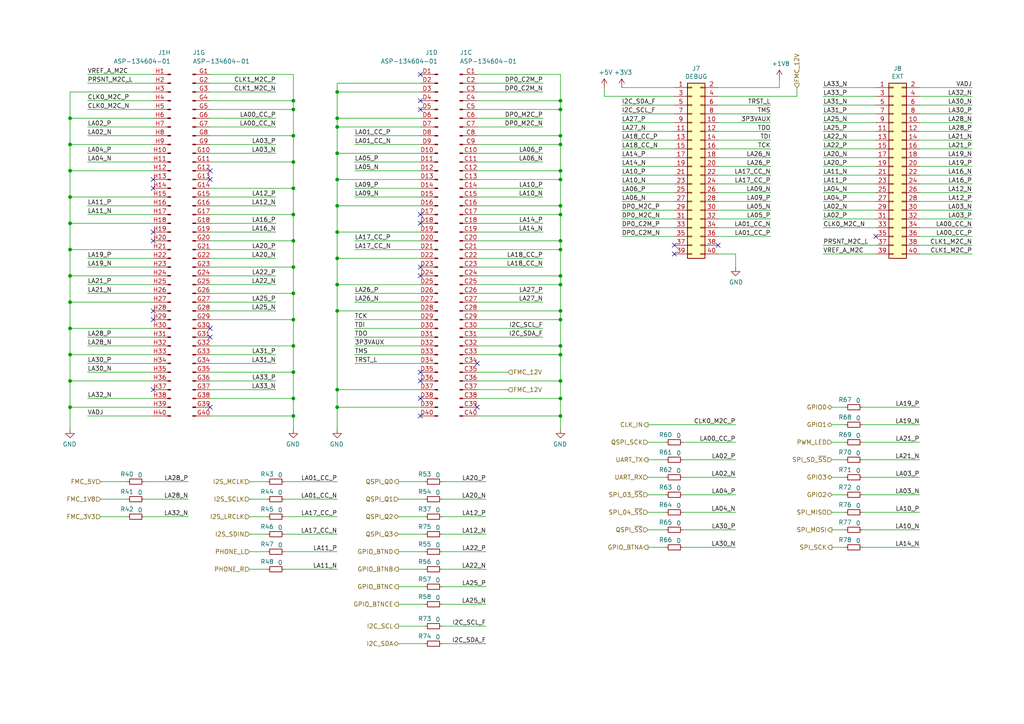
<source format=kicad_sch>
(kicad_sch (version 20250114) (generator "eeschema") (generator_version "9.0")
  (paper "A4")
  (lib_symbols
    (symbol "Connector_Generic:Conn_02x20_Odd_Even" (pin_names (offset 1.016) (hide yes))
      (property "Reference" "J" (at 1.27 25.4 0))
      (property "Value" "Conn_02x20_Odd_Even" (at 1.27 -27.94 0))
      (symbol "Conn_02x20_Odd_Even_1_1"
        (pin passive line (at -5.08 22.86 0) (length 3.81) (name "Pin_1") (number "1"))
        (pin passive line (at -5.08 20.32 0) (length 3.81) (name "Pin_3") (number "3"))
        (pin passive line (at -5.08 17.78 0) (length 3.81) (name "Pin_5") (number "5"))
        (pin passive line (at -5.08 15.24 0) (length 3.81) (name "Pin_7") (number "7"))
        (pin passive line (at -5.08 12.7 0) (length 3.81) (name "Pin_9") (number "9"))
        (pin passive line (at -5.08 10.16 0) (length 3.81) (name "Pin_11") (number "11"))
        (pin passive line (at -5.08 7.62 0) (length 3.81) (name "Pin_13") (number "13"))
        (pin passive line (at -5.08 5.08 0) (length 3.81) (name "Pin_15") (number "15"))
        (pin passive line (at -5.08 2.54 0) (length 3.81) (name "Pin_17") (number "17"))
        (pin passive line (at -5.08 0 0) (length 3.81) (name "Pin_19") (number "19"))
        (pin passive line (at -5.08 -2.54 0) (length 3.81) (name "Pin_21") (number "21"))
        (pin passive line (at -5.08 -5.08 0) (length 3.81) (name "Pin_23") (number "23"))
        (pin passive line (at -5.08 -7.62 0) (length 3.81) (name "Pin_25") (number "25"))
        (pin passive line (at -5.08 -10.16 0) (length 3.81) (name "Pin_27") (number "27"))
        (pin passive line (at -5.08 -12.7 0) (length 3.81) (name "Pin_29") (number "29"))
        (pin passive line (at -5.08 -15.24 0) (length 3.81) (name "Pin_31") (number "31"))
        (pin passive line (at -5.08 -17.78 0) (length 3.81) (name "Pin_33") (number "33"))
        (pin passive line (at -5.08 -20.32 0) (length 3.81) (name "Pin_35") (number "35"))
        (pin passive line (at -5.08 -22.86 0) (length 3.81) (name "Pin_37") (number "37"))
        (pin passive line (at -5.08 -25.4 0) (length 3.81) (name "Pin_39") (number "39"))
        (pin passive line (at 7.62 22.86 180) (length 3.81) (name "Pin_2") (number "2"))
        (pin passive line (at 7.62 20.32 180) (length 3.81) (name "Pin_4") (number "4"))
        (pin passive line (at 7.62 17.78 180) (length 3.81) (name "Pin_6") (number "6"))
        (pin passive line (at 7.62 15.24 180) (length 3.81) (name "Pin_8") (number "8"))
        (pin passive line (at 7.62 12.7 180) (length 3.81) (name "Pin_10") (number "10"))
        (pin passive line (at 7.62 10.16 180) (length 3.81) (name "Pin_12") (number "12"))
        (pin passive line (at 7.62 7.62 180) (length 3.81) (name "Pin_14") (number "14"))
        (pin passive line (at 7.62 5.08 180) (length 3.81) (name "Pin_16") (number "16"))
        (pin passive line (at 7.62 2.54 180) (length 3.81) (name "Pin_18") (number "18"))
        (pin passive line (at 7.62 0 180) (length 3.81) (name "Pin_20") (number "20"))
        (pin passive line (at 7.62 -2.54 180) (length 3.81) (name "Pin_22") (number "22"))
        (pin passive line (at 7.62 -5.08 180) (length 3.81) (name "Pin_24") (number "24"))
        (pin passive line (at 7.62 -7.62 180) (length 3.81) (name "Pin_26") (number "26"))
        (pin passive line (at 7.62 -10.16 180) (length 3.81) (name "Pin_28") (number "28"))
        (pin passive line (at 7.62 -12.7 180) (length 3.81) (name "Pin_30") (number "30"))
        (pin passive line (at 7.62 -15.24 180) (length 3.81) (name "Pin_32") (number "32"))
        (pin passive line (at 7.62 -17.78 180) (length 3.81) (name "Pin_34") (number "34"))
        (pin passive line (at 7.62 -20.32 180) (length 3.81) (name "Pin_36") (number "36"))
        (pin passive line (at 7.62 -22.86 180) (length 3.81) (name "Pin_38") (number "38"))
        (pin passive line (at 7.62 -25.4 180) (length 3.81) (name "Pin_40") (number "40"))
      )
    )
    (symbol "Device:R_Small" (pin_numbers (hide yes)) (pin_names (offset 0.254) (hide yes))
      (property "Reference" "R" (at 0.762 0.508 0))
      (property "Value" "R_Small" (at 0.762 -1.016 0))
      (symbol "R_Small_1_1"
        (pin passive line (at 0 2.54 270) (length 0.762) (name "~") (number "1"))
        (pin passive line (at 0 -2.54 90) (length 0.762) (name "~") (number "2"))
      )
    )
    (symbol "GND_1" (power) (pin_names (offset 0))
      (property "Value" "GND" (at 0 -3.81 0))
      (symbol "GND_1_1_1"
        (pin power_in line (at 0 0 270) (length 0) (hide yes) (name "GND") (number "1"))
      )
    )
    (symbol "GND_2" (power) (pin_names (offset 0))
      (property "Value" "GND" (at 0 -3.81 0))
      (symbol "GND_2_1_1"
        (pin power_in line (at 0 0 270) (length 0) (hide yes) (name "GND") (number "1"))
      )
    )
    (symbol "GND_3" (power) (pin_names (offset 0))
      (property "Value" "GND" (at 0 -3.81 0))
      (symbol "GND_3_1_1"
        (pin power_in line (at 0 0 270) (length 0) (hide yes) (name "GND") (number "1"))
      )
    )
    (symbol "GND_4" (power) (pin_names (offset 0))
      (property "Value" "GND" (at 0 -3.81 0))
      (symbol "GND_4_1_1"
        (pin power_in line (at 0 0 270) (length 0) (hide yes) (name "GND") (number "1"))
      )
    )
    (symbol "R_Small_1" (pin_numbers (hide yes)) (pin_names (offset 0.254) (hide yes))
      (property "Reference" "R" (at 0.762 0.508 0))
      (property "Value" "R_Small" (at 0.762 -1.016 0))
      (symbol "R_Small_1_1_1"
        (pin passive line (at 0 2.54 270) (length 0.762) (name "~") (number "1"))
        (pin passive line (at 0 -2.54 90) (length 0.762) (name "~") (number "2"))
      )
    )
    (symbol "R_Small_10" (pin_numbers (hide yes)) (pin_names (offset 0.254) (hide yes))
      (property "Reference" "R" (at 0.762 0.508 0))
      (property "Value" "R_Small" (at 0.762 -1.016 0))
      (symbol "R_Small_10_1_1"
        (pin passive line (at 0 2.54 270) (length 0.762) (name "~") (number "1"))
        (pin passive line (at 0 -2.54 90) (length 0.762) (name "~") (number "2"))
      )
    )
    (symbol "R_Small_11" (pin_numbers (hide yes)) (pin_names (offset 0.254) (hide yes))
      (property "Reference" "R" (at 0.762 0.508 0))
      (property "Value" "R_Small" (at 0.762 -1.016 0))
      (symbol "R_Small_11_1_1"
        (pin passive line (at 0 2.54 270) (length 0.762) (name "~") (number "1"))
        (pin passive line (at 0 -2.54 90) (length 0.762) (name "~") (number "2"))
      )
    )
    (symbol "R_Small_12" (pin_numbers (hide yes)) (pin_names (offset 0.254) (hide yes))
      (property "Reference" "R" (at 0.762 0.508 0))
      (property "Value" "R_Small" (at 0.762 -1.016 0))
      (symbol "R_Small_12_1_1"
        (pin passive line (at 0 2.54 270) (length 0.762) (name "~") (number "1"))
        (pin passive line (at 0 -2.54 90) (length 0.762) (name "~") (number "2"))
      )
    )
    (symbol "R_Small_13" (pin_numbers (hide yes)) (pin_names (offset 0.254) (hide yes))
      (property "Reference" "R" (at 0.762 0.508 0))
      (property "Value" "R_Small" (at 0.762 -1.016 0))
      (symbol "R_Small_13_1_1"
        (pin passive line (at 0 2.54 270) (length 0.762) (name "~") (number "1"))
        (pin passive line (at 0 -2.54 90) (length 0.762) (name "~") (number "2"))
      )
    )
    (symbol "R_Small_14" (pin_numbers (hide yes)) (pin_names (offset 0.254) (hide yes))
      (property "Reference" "R" (at 0.762 0.508 0))
      (property "Value" "R_Small" (at 0.762 -1.016 0))
      (symbol "R_Small_14_1_1"
        (pin passive line (at 0 2.54 270) (length 0.762) (name "~") (number "1"))
        (pin passive line (at 0 -2.54 90) (length 0.762) (name "~") (number "2"))
      )
    )
    (symbol "R_Small_15" (pin_numbers (hide yes)) (pin_names (offset 0.254) (hide yes))
      (property "Reference" "R" (at 0.762 0.508 0))
      (property "Value" "R_Small" (at 0.762 -1.016 0))
      (symbol "R_Small_15_1_1"
        (pin passive line (at 0 2.54 270) (length 0.762) (name "~") (number "1"))
        (pin passive line (at 0 -2.54 90) (length 0.762) (name "~") (number "2"))
      )
    )
    (symbol "R_Small_16" (pin_numbers (hide yes)) (pin_names (offset 0.254) (hide yes))
      (property "Reference" "R" (at 0.762 0.508 0))
      (property "Value" "R_Small" (at 0.762 -1.016 0))
      (symbol "R_Small_16_1_1"
        (pin passive line (at 0 2.54 270) (length 0.762) (name "~") (number "1"))
        (pin passive line (at 0 -2.54 90) (length 0.762) (name "~") (number "2"))
      )
    )
    (symbol "R_Small_17" (pin_numbers (hide yes)) (pin_names (offset 0.254) (hide yes))
      (property "Reference" "R" (at 0.762 0.508 0))
      (property "Value" "R_Small" (at 0.762 -1.016 0))
      (symbol "R_Small_17_1_1"
        (pin passive line (at 0 2.54 270) (length 0.762) (name "~") (number "1"))
        (pin passive line (at 0 -2.54 90) (length 0.762) (name "~") (number "2"))
      )
    )
    (symbol "R_Small_18" (pin_numbers (hide yes)) (pin_names (offset 0.254) (hide yes))
      (property "Reference" "R" (at 0.762 0.508 0))
      (property "Value" "R_Small" (at 0.762 -1.016 0))
      (symbol "R_Small_18_1_1"
        (pin passive line (at 0 2.54 270) (length 0.762) (name "~") (number "1"))
        (pin passive line (at 0 -2.54 90) (length 0.762) (name "~") (number "2"))
      )
    )
    (symbol "R_Small_19" (pin_numbers (hide yes)) (pin_names (offset 0.254) (hide yes))
      (property "Reference" "R" (at 0.762 0.508 0))
      (property "Value" "R_Small" (at 0.762 -1.016 0))
      (symbol "R_Small_19_1_1"
        (pin passive line (at 0 2.54 270) (length 0.762) (name "~") (number "1"))
        (pin passive line (at 0 -2.54 90) (length 0.762) (name "~") (number "2"))
      )
    )
    (symbol "R_Small_2" (pin_numbers (hide yes)) (pin_names (offset 0.254) (hide yes))
      (property "Reference" "R" (at 0.762 0.508 0))
      (property "Value" "R_Small" (at 0.762 -1.016 0))
      (symbol "R_Small_2_1_1"
        (pin passive line (at 0 2.54 270) (length 0.762) (name "~") (number "1"))
        (pin passive line (at 0 -2.54 90) (length 0.762) (name "~") (number "2"))
      )
    )
    (symbol "R_Small_20" (pin_numbers (hide yes)) (pin_names (offset 0.254) (hide yes))
      (property "Reference" "R" (at 0.762 0.508 0))
      (property "Value" "R_Small" (at 0.762 -1.016 0))
      (symbol "R_Small_20_1_1"
        (pin passive line (at 0 2.54 270) (length 0.762) (name "~") (number "1"))
        (pin passive line (at 0 -2.54 90) (length 0.762) (name "~") (number "2"))
      )
    )
    (symbol "R_Small_21" (pin_numbers (hide yes)) (pin_names (offset 0.254) (hide yes))
      (property "Reference" "R" (at 0.762 0.508 0))
      (property "Value" "R_Small" (at 0.762 -1.016 0))
      (symbol "R_Small_21_1_1"
        (pin passive line (at 0 2.54 270) (length 0.762) (name "~") (number "1"))
        (pin passive line (at 0 -2.54 90) (length 0.762) (name "~") (number "2"))
      )
    )
    (symbol "R_Small_22" (pin_numbers (hide yes)) (pin_names (offset 0.254) (hide yes))
      (property "Reference" "R" (at 0.762 0.508 0))
      (property "Value" "R_Small" (at 0.762 -1.016 0))
      (symbol "R_Small_22_1_1"
        (pin passive line (at 0 2.54 270) (length 0.762) (name "~") (number "1"))
        (pin passive line (at 0 -2.54 90) (length 0.762) (name "~") (number "2"))
      )
    )
    (symbol "R_Small_23" (pin_numbers (hide yes)) (pin_names (offset 0.254) (hide yes))
      (property "Reference" "R" (at 0.762 0.508 0))
      (property "Value" "R_Small" (at 0.762 -1.016 0))
      (symbol "R_Small_23_1_1"
        (pin passive line (at 0 2.54 270) (length 0.762) (name "~") (number "1"))
        (pin passive line (at 0 -2.54 90) (length 0.762) (name "~") (number "2"))
      )
    )
    (symbol "R_Small_24" (pin_numbers (hide yes)) (pin_names (offset 0.254) (hide yes))
      (property "Reference" "R" (at 0.762 0.508 0))
      (property "Value" "R_Small" (at 0.762 -1.016 0))
      (symbol "R_Small_24_1_1"
        (pin passive line (at 0 2.54 270) (length 0.762) (name "~") (number "1"))
        (pin passive line (at 0 -2.54 90) (length 0.762) (name "~") (number "2"))
      )
    )
    (symbol "R_Small_25" (pin_numbers (hide yes)) (pin_names (offset 0.254) (hide yes))
      (property "Reference" "R" (at 0.762 0.508 0))
      (property "Value" "R_Small" (at 0.762 -1.016 0))
      (symbol "R_Small_25_1_1"
        (pin passive line (at 0 2.54 270) (length 0.762) (name "~") (number "1"))
        (pin passive line (at 0 -2.54 90) (length 0.762) (name "~") (number "2"))
      )
    )
    (symbol "R_Small_26" (pin_numbers (hide yes)) (pin_names (offset 0.254) (hide yes))
      (property "Reference" "R" (at 0.762 0.508 0))
      (property "Value" "R_Small" (at 0.762 -1.016 0))
      (symbol "R_Small_26_1_1"
        (pin passive line (at 0 2.54 270) (length 0.762) (name "~") (number "1"))
        (pin passive line (at 0 -2.54 90) (length 0.762) (name "~") (number "2"))
      )
    )
    (symbol "R_Small_27" (pin_numbers (hide yes)) (pin_names (offset 0.254) (hide yes))
      (property "Reference" "R" (at 0.762 0.508 0))
      (property "Value" "R_Small" (at 0.762 -1.016 0))
      (symbol "R_Small_27_1_1"
        (pin passive line (at 0 2.54 270) (length 0.762) (name "~") (number "1"))
        (pin passive line (at 0 -2.54 90) (length 0.762) (name "~") (number "2"))
      )
    )
    (symbol "R_Small_28" (pin_numbers (hide yes)) (pin_names (offset 0.254) (hide yes))
      (property "Reference" "R" (at 0.762 0.508 0))
      (property "Value" "R_Small" (at 0.762 -1.016 0))
      (symbol "R_Small_28_1_1"
        (pin passive line (at 0 2.54 270) (length 0.762) (name "~") (number "1"))
        (pin passive line (at 0 -2.54 90) (length 0.762) (name "~") (number "2"))
      )
    )
    (symbol "R_Small_29" (pin_numbers (hide yes)) (pin_names (offset 0.254) (hide yes))
      (property "Reference" "R" (at 0.762 0.508 0))
      (property "Value" "R_Small" (at 0.762 -1.016 0))
      (symbol "R_Small_29_1_1"
        (pin passive line (at 0 2.54 270) (length 0.762) (name "~") (number "1"))
        (pin passive line (at 0 -2.54 90) (length 0.762) (name "~") (number "2"))
      )
    )
    (symbol "R_Small_3" (pin_numbers (hide yes)) (pin_names (offset 0.254) (hide yes))
      (property "Reference" "R" (at 0.762 0.508 0))
      (property "Value" "R_Small" (at 0.762 -1.016 0))
      (symbol "R_Small_3_1_1"
        (pin passive line (at 0 2.54 270) (length 0.762) (name "~") (number "1"))
        (pin passive line (at 0 -2.54 90) (length 0.762) (name "~") (number "2"))
      )
    )
    (symbol "R_Small_30" (pin_numbers (hide yes)) (pin_names (offset 0.254) (hide yes))
      (property "Reference" "R" (at 0.762 0.508 0))
      (property "Value" "R_Small" (at 0.762 -1.016 0))
      (symbol "R_Small_30_1_1"
        (pin passive line (at 0 2.54 270) (length 0.762) (name "~") (number "1"))
        (pin passive line (at 0 -2.54 90) (length 0.762) (name "~") (number "2"))
      )
    )
    (symbol "R_Small_31" (pin_numbers (hide yes)) (pin_names (offset 0.254) (hide yes))
      (property "Reference" "R" (at 0.762 0.508 0))
      (property "Value" "R_Small" (at 0.762 -1.016 0))
      (symbol "R_Small_31_1_1"
        (pin passive line (at 0 2.54 270) (length 0.762) (name "~") (number "1"))
        (pin passive line (at 0 -2.54 90) (length 0.762) (name "~") (number "2"))
      )
    )
    (symbol "R_Small_32" (pin_numbers (hide yes)) (pin_names (offset 0.254) (hide yes))
      (property "Reference" "R" (at 0.762 0.508 0))
      (property "Value" "R_Small" (at 0.762 -1.016 0))
      (symbol "R_Small_32_1_1"
        (pin passive line (at 0 2.54 270) (length 0.762) (name "~") (number "1"))
        (pin passive line (at 0 -2.54 90) (length 0.762) (name "~") (number "2"))
      )
    )
    (symbol "R_Small_33" (pin_numbers (hide yes)) (pin_names (offset 0.254) (hide yes))
      (property "Reference" "R" (at 0.762 0.508 0))
      (property "Value" "R_Small" (at 0.762 -1.016 0))
      (symbol "R_Small_33_1_1"
        (pin passive line (at 0 2.54 270) (length 0.762) (name "~") (number "1"))
        (pin passive line (at 0 -2.54 90) (length 0.762) (name "~") (number "2"))
      )
    )
    (symbol "R_Small_34" (pin_numbers (hide yes)) (pin_names (offset 0.254) (hide yes))
      (property "Reference" "R" (at 0.762 0.508 0))
      (property "Value" "R_Small" (at 0.762 -1.016 0))
      (symbol "R_Small_34_1_1"
        (pin passive line (at 0 2.54 270) (length 0.762) (name "~") (number "1"))
        (pin passive line (at 0 -2.54 90) (length 0.762) (name "~") (number "2"))
      )
    )
    (symbol "R_Small_4" (pin_numbers (hide yes)) (pin_names (offset 0.254) (hide yes))
      (property "Reference" "R" (at 0.762 0.508 0))
      (property "Value" "R_Small" (at 0.762 -1.016 0))
      (symbol "R_Small_4_1_1"
        (pin passive line (at 0 2.54 270) (length 0.762) (name "~") (number "1"))
        (pin passive line (at 0 -2.54 90) (length 0.762) (name "~") (number "2"))
      )
    )
    (symbol "R_Small_5" (pin_numbers (hide yes)) (pin_names (offset 0.254) (hide yes))
      (property "Reference" "R" (at 0.762 0.508 0))
      (property "Value" "R_Small" (at 0.762 -1.016 0))
      (symbol "R_Small_5_1_1"
        (pin passive line (at 0 2.54 270) (length 0.762) (name "~") (number "1"))
        (pin passive line (at 0 -2.54 90) (length 0.762) (name "~") (number "2"))
      )
    )
    (symbol "R_Small_6" (pin_numbers (hide yes)) (pin_names (offset 0.254) (hide yes))
      (property "Reference" "R" (at 0.762 0.508 0))
      (property "Value" "R_Small" (at 0.762 -1.016 0))
      (symbol "R_Small_6_1_1"
        (pin passive line (at 0 2.54 270) (length 0.762) (name "~") (number "1"))
        (pin passive line (at 0 -2.54 90) (length 0.762) (name "~") (number "2"))
      )
    )
    (symbol "R_Small_7" (pin_numbers (hide yes)) (pin_names (offset 0.254) (hide yes))
      (property "Reference" "R" (at 0.762 0.508 0))
      (property "Value" "R_Small" (at 0.762 -1.016 0))
      (symbol "R_Small_7_1_1"
        (pin passive line (at 0 2.54 270) (length 0.762) (name "~") (number "1"))
        (pin passive line (at 0 -2.54 90) (length 0.762) (name "~") (number "2"))
      )
    )
    (symbol "R_Small_8" (pin_numbers (hide yes)) (pin_names (offset 0.254) (hide yes))
      (property "Reference" "R" (at 0.762 0.508 0))
      (property "Value" "R_Small" (at 0.762 -1.016 0))
      (symbol "R_Small_8_1_1"
        (pin passive line (at 0 2.54 270) (length 0.762) (name "~") (number "1"))
        (pin passive line (at 0 -2.54 90) (length 0.762) (name "~") (number "2"))
      )
    )
    (symbol "R_Small_9" (pin_numbers (hide yes)) (pin_names (offset 0.254) (hide yes))
      (property "Reference" "R" (at 0.762 0.508 0))
      (property "Value" "R_Small" (at 0.762 -1.016 0))
      (symbol "R_Small_9_1_1"
        (pin passive line (at 0 2.54 270) (length 0.762) (name "~") (number "1"))
        (pin passive line (at 0 -2.54 90) (length 0.762) (name "~") (number "2"))
      )
    )
    (symbol "Samtec_ASP-134602-01_2" (pin_names (offset 1.016) (hide yes))
      (property "Reference" "J" (at 0 50.8 0))
      (property "Value" "Samtec_ASP-134602-01_2" (at 0 -53.34 0))
      (symbol "Samtec_ASP-134602-01_2_1_1"
        (pin passive line (at -5.08 48.26 0) (length 3.81) (name "Pin_1") (number "A1"))
        (pin passive line (at -5.08 45.72 0) (length 3.81) (name "Pin_2") (number "A2"))
        (pin passive line (at -5.08 43.18 0) (length 3.81) (name "Pin_3") (number "A3"))
        (pin passive line (at -5.08 40.64 0) (length 3.81) (name "Pin_4") (number "A4"))
        (pin passive line (at -5.08 38.1 0) (length 3.81) (name "Pin_5") (number "A5"))
        (pin passive line (at -5.08 35.56 0) (length 3.81) (name "Pin_6") (number "A6"))
        (pin passive line (at -5.08 33.02 0) (length 3.81) (name "Pin_7") (number "A7"))
        (pin passive line (at -5.08 30.48 0) (length 3.81) (name "Pin_8") (number "A8"))
        (pin passive line (at -5.08 27.94 0) (length 3.81) (name "Pin_9") (number "A9"))
        (pin passive line (at -5.08 25.4 0) (length 3.81) (name "Pin_10") (number "A10"))
        (pin passive line (at -5.08 22.86 0) (length 3.81) (name "Pin_11") (number "A11"))
        (pin passive line (at -5.08 20.32 0) (length 3.81) (name "Pin_12") (number "A12"))
        (pin passive line (at -5.08 17.78 0) (length 3.81) (name "Pin_13") (number "A13"))
        (pin passive line (at -5.08 15.24 0) (length 3.81) (name "Pin_14") (number "A14"))
        (pin passive line (at -5.08 12.7 0) (length 3.81) (name "Pin_15") (number "A15"))
        (pin passive line (at -5.08 10.16 0) (length 3.81) (name "Pin_16") (number "A16"))
        (pin passive line (at -5.08 7.62 0) (length 3.81) (name "Pin_17") (number "A17"))
        (pin passive line (at -5.08 5.08 0) (length 3.81) (name "Pin_18") (number "A18"))
        (pin passive line (at -5.08 2.54 0) (length 3.81) (name "Pin_19") (number "A19"))
        (pin passive line (at -5.08 0 0) (length 3.81) (name "Pin_20") (number "A20"))
        (pin passive line (at -5.08 -2.54 0) (length 3.81) (name "Pin_21") (number "A21"))
        (pin passive line (at -5.08 -5.08 0) (length 3.81) (name "Pin_22") (number "A22"))
        (pin passive line (at -5.08 -7.62 0) (length 3.81) (name "Pin_23") (number "A23"))
        (pin passive line (at -5.08 -10.16 0) (length 3.81) (name "Pin_24") (number "A24"))
        (pin passive line (at -5.08 -12.7 0) (length 3.81) (name "Pin_25") (number "A25"))
        (pin passive line (at -5.08 -15.24 0) (length 3.81) (name "Pin_26") (number "A26"))
        (pin passive line (at -5.08 -17.78 0) (length 3.81) (name "Pin_27") (number "A27"))
        (pin passive line (at -5.08 -20.32 0) (length 3.81) (name "Pin_28") (number "A28"))
        (pin passive line (at -5.08 -22.86 0) (length 3.81) (name "Pin_29") (number "A29"))
        (pin passive line (at -5.08 -25.4 0) (length 3.81) (name "Pin_30") (number "A30"))
        (pin passive line (at -5.08 -27.94 0) (length 3.81) (name "Pin_31") (number "A31"))
        (pin passive line (at -5.08 -30.48 0) (length 3.81) (name "Pin_32") (number "A32"))
        (pin passive line (at -5.08 -33.02 0) (length 3.81) (name "Pin_33") (number "A33"))
        (pin passive line (at -5.08 -35.56 0) (length 3.81) (name "Pin_34") (number "A34"))
        (pin passive line (at -5.08 -38.1 0) (length 3.81) (name "Pin_35") (number "A35"))
        (pin passive line (at -5.08 -40.64 0) (length 3.81) (name "Pin_36") (number "A36"))
        (pin passive line (at -5.08 -43.18 0) (length 3.81) (name "Pin_37") (number "A37"))
        (pin passive line (at -5.08 -45.72 0) (length 3.81) (name "Pin_38") (number "A38"))
        (pin passive line (at -5.08 -48.26 0) (length 3.81) (name "Pin_39") (number "A39"))
        (pin passive line (at -5.08 -50.8 0) (length 3.81) (name "Pin_40") (number "A40"))
      )
      (symbol "Samtec_ASP-134602-01_2_2_1"
        (pin passive line (at -5.08 48.26 0) (length 3.81) (name "Pin_1") (number "B1"))
        (pin passive line (at -5.08 45.72 0) (length 3.81) (name "Pin_2") (number "B2"))
        (pin passive line (at -5.08 43.18 0) (length 3.81) (name "Pin_3") (number "B3"))
        (pin passive line (at -5.08 40.64 0) (length 3.81) (name "Pin_4") (number "B4"))
        (pin passive line (at -5.08 38.1 0) (length 3.81) (name "Pin_5") (number "B5"))
        (pin passive line (at -5.08 35.56 0) (length 3.81) (name "Pin_6") (number "B6"))
        (pin passive line (at -5.08 33.02 0) (length 3.81) (name "Pin_7") (number "B7"))
        (pin passive line (at -5.08 30.48 0) (length 3.81) (name "Pin_8") (number "B8"))
        (pin passive line (at -5.08 27.94 0) (length 3.81) (name "Pin_9") (number "B9"))
        (pin passive line (at -5.08 25.4 0) (length 3.81) (name "Pin_10") (number "B10"))
        (pin passive line (at -5.08 22.86 0) (length 3.81) (name "Pin_11") (number "B11"))
        (pin passive line (at -5.08 20.32 0) (length 3.81) (name "Pin_12") (number "B12"))
        (pin passive line (at -5.08 17.78 0) (length 3.81) (name "Pin_13") (number "B13"))
        (pin passive line (at -5.08 15.24 0) (length 3.81) (name "Pin_14") (number "B14"))
        (pin passive line (at -5.08 12.7 0) (length 3.81) (name "Pin_15") (number "B15"))
        (pin passive line (at -5.08 10.16 0) (length 3.81) (name "Pin_16") (number "B16"))
        (pin passive line (at -5.08 7.62 0) (length 3.81) (name "Pin_17") (number "B17"))
        (pin passive line (at -5.08 5.08 0) (length 3.81) (name "Pin_18") (number "B18"))
        (pin passive line (at -5.08 2.54 0) (length 3.81) (name "Pin_19") (number "B19"))
        (pin passive line (at -5.08 0 0) (length 3.81) (name "Pin_20") (number "B20"))
        (pin passive line (at -5.08 -2.54 0) (length 3.81) (name "Pin_21") (number "B21"))
        (pin passive line (at -5.08 -5.08 0) (length 3.81) (name "Pin_22") (number "B22"))
        (pin passive line (at -5.08 -7.62 0) (length 3.81) (name "Pin_23") (number "B23"))
        (pin passive line (at -5.08 -10.16 0) (length 3.81) (name "Pin_24") (number "B24"))
        (pin passive line (at -5.08 -12.7 0) (length 3.81) (name "Pin_25") (number "B25"))
        (pin passive line (at -5.08 -15.24 0) (length 3.81) (name "Pin_26") (number "B26"))
        (pin passive line (at -5.08 -17.78 0) (length 3.81) (name "Pin_27") (number "B27"))
        (pin passive line (at -5.08 -20.32 0) (length 3.81) (name "Pin_28") (number "B28"))
        (pin passive line (at -5.08 -22.86 0) (length 3.81) (name "Pin_29") (number "B29"))
        (pin passive line (at -5.08 -25.4 0) (length 3.81) (name "Pin_30") (number "B30"))
        (pin passive line (at -5.08 -27.94 0) (length 3.81) (name "Pin_31") (number "B31"))
        (pin passive line (at -5.08 -30.48 0) (length 3.81) (name "Pin_32") (number "B32"))
        (pin passive line (at -5.08 -33.02 0) (length 3.81) (name "Pin_33") (number "B33"))
        (pin passive line (at -5.08 -35.56 0) (length 3.81) (name "Pin_34") (number "B34"))
        (pin passive line (at -5.08 -38.1 0) (length 3.81) (name "Pin_35") (number "B35"))
        (pin passive line (at -5.08 -40.64 0) (length 3.81) (name "Pin_36") (number "B36"))
        (pin passive line (at -5.08 -43.18 0) (length 3.81) (name "Pin_37") (number "B37"))
        (pin passive line (at -5.08 -45.72 0) (length 3.81) (name "Pin_38") (number "B38"))
        (pin passive line (at -5.08 -48.26 0) (length 3.81) (name "Pin_39") (number "B39"))
        (pin passive line (at -5.08 -50.8 0) (length 3.81) (name "Pin_40") (number "B40"))
      )
      (symbol "Samtec_ASP-134602-01_2_3_1"
        (pin passive line (at -5.08 48.26 0) (length 3.81) (name "Pin_1") (number "C1"))
        (pin passive line (at -5.08 45.72 0) (length 3.81) (name "Pin_2") (number "C2"))
        (pin passive line (at -5.08 43.18 0) (length 3.81) (name "Pin_3") (number "C3"))
        (pin passive line (at -5.08 40.64 0) (length 3.81) (name "Pin_4") (number "C4"))
        (pin passive line (at -5.08 38.1 0) (length 3.81) (name "Pin_5") (number "C5"))
        (pin passive line (at -5.08 35.56 0) (length 3.81) (name "Pin_6") (number "C6"))
        (pin passive line (at -5.08 33.02 0) (length 3.81) (name "Pin_7") (number "C7"))
        (pin passive line (at -5.08 30.48 0) (length 3.81) (name "Pin_8") (number "C8"))
        (pin passive line (at -5.08 27.94 0) (length 3.81) (name "Pin_9") (number "C9"))
        (pin passive line (at -5.08 25.4 0) (length 3.81) (name "Pin_10") (number "C10"))
        (pin passive line (at -5.08 22.86 0) (length 3.81) (name "Pin_11") (number "C11"))
        (pin passive line (at -5.08 20.32 0) (length 3.81) (name "Pin_12") (number "C12"))
        (pin passive line (at -5.08 17.78 0) (length 3.81) (name "Pin_13") (number "C13"))
        (pin passive line (at -5.08 15.24 0) (length 3.81) (name "Pin_14") (number "C14"))
        (pin passive line (at -5.08 12.7 0) (length 3.81) (name "Pin_15") (number "C15"))
        (pin passive line (at -5.08 10.16 0) (length 3.81) (name "Pin_16") (number "C16"))
        (pin passive line (at -5.08 7.62 0) (length 3.81) (name "Pin_17") (number "C17"))
        (pin passive line (at -5.08 5.08 0) (length 3.81) (name "Pin_18") (number "C18"))
        (pin passive line (at -5.08 2.54 0) (length 3.81) (name "Pin_19") (number "C19"))
        (pin passive line (at -5.08 0 0) (length 3.81) (name "Pin_20") (number "C20"))
        (pin passive line (at -5.08 -2.54 0) (length 3.81) (name "Pin_21") (number "C21"))
        (pin passive line (at -5.08 -5.08 0) (length 3.81) (name "Pin_22") (number "C22"))
        (pin passive line (at -5.08 -7.62 0) (length 3.81) (name "Pin_23") (number "C23"))
        (pin passive line (at -5.08 -10.16 0) (length 3.81) (name "Pin_24") (number "C24"))
        (pin passive line (at -5.08 -12.7 0) (length 3.81) (name "Pin_25") (number "C25"))
        (pin passive line (at -5.08 -15.24 0) (length 3.81) (name "Pin_26") (number "C26"))
        (pin passive line (at -5.08 -17.78 0) (length 3.81) (name "Pin_27") (number "C27"))
        (pin passive line (at -5.08 -20.32 0) (length 3.81) (name "Pin_28") (number "C28"))
        (pin passive line (at -5.08 -22.86 0) (length 3.81) (name "Pin_29") (number "C29"))
        (pin passive line (at -5.08 -25.4 0) (length 3.81) (name "Pin_30") (number "C30"))
        (pin passive line (at -5.08 -27.94 0) (length 3.81) (name "Pin_31") (number "C31"))
        (pin passive line (at -5.08 -30.48 0) (length 3.81) (name "Pin_32") (number "C32"))
        (pin passive line (at -5.08 -33.02 0) (length 3.81) (name "Pin_33") (number "C33"))
        (pin passive line (at -5.08 -35.56 0) (length 3.81) (name "Pin_34") (number "C34"))
        (pin passive line (at -5.08 -38.1 0) (length 3.81) (name "Pin_35") (number "C35"))
        (pin passive line (at -5.08 -40.64 0) (length 3.81) (name "Pin_36") (number "C36"))
        (pin passive line (at -5.08 -43.18 0) (length 3.81) (name "Pin_37") (number "C37"))
        (pin passive line (at -5.08 -45.72 0) (length 3.81) (name "Pin_38") (number "C38"))
        (pin passive line (at -5.08 -48.26 0) (length 3.81) (name "Pin_39") (number "C39"))
        (pin passive line (at -5.08 -50.8 0) (length 3.81) (name "Pin_40") (number "C40"))
      )
      (symbol "Samtec_ASP-134602-01_2_4_1"
        (pin passive line (at -5.08 48.26 0) (length 3.81) (name "Pin_1") (number "D1"))
        (pin passive line (at -5.08 45.72 0) (length 3.81) (name "Pin_2") (number "D2"))
        (pin passive line (at -5.08 43.18 0) (length 3.81) (name "Pin_3") (number "D3"))
        (pin passive line (at -5.08 40.64 0) (length 3.81) (name "Pin_4") (number "D4"))
        (pin passive line (at -5.08 38.1 0) (length 3.81) (name "Pin_5") (number "D5"))
        (pin passive line (at -5.08 35.56 0) (length 3.81) (name "Pin_6") (number "D6"))
        (pin passive line (at -5.08 33.02 0) (length 3.81) (name "Pin_7") (number "D7"))
        (pin passive line (at -5.08 30.48 0) (length 3.81) (name "Pin_8") (number "D8"))
        (pin passive line (at -5.08 27.94 0) (length 3.81) (name "Pin_9") (number "D9"))
        (pin passive line (at -5.08 25.4 0) (length 3.81) (name "Pin_10") (number "D10"))
        (pin passive line (at -5.08 22.86 0) (length 3.81) (name "Pin_11") (number "D11"))
        (pin passive line (at -5.08 20.32 0) (length 3.81) (name "Pin_12") (number "D12"))
        (pin passive line (at -5.08 17.78 0) (length 3.81) (name "Pin_13") (number "D13"))
        (pin passive line (at -5.08 15.24 0) (length 3.81) (name "Pin_14") (number "D14"))
        (pin passive line (at -5.08 12.7 0) (length 3.81) (name "Pin_15") (number "D15"))
        (pin passive line (at -5.08 10.16 0) (length 3.81) (name "Pin_16") (number "D16"))
        (pin passive line (at -5.08 7.62 0) (length 3.81) (name "Pin_17") (number "D17"))
        (pin passive line (at -5.08 5.08 0) (length 3.81) (name "Pin_18") (number "D18"))
        (pin passive line (at -5.08 2.54 0) (length 3.81) (name "Pin_19") (number "D19"))
        (pin passive line (at -5.08 0 0) (length 3.81) (name "Pin_20") (number "D20"))
        (pin passive line (at -5.08 -2.54 0) (length 3.81) (name "Pin_21") (number "D21"))
        (pin passive line (at -5.08 -5.08 0) (length 3.81) (name "Pin_22") (number "D22"))
        (pin passive line (at -5.08 -7.62 0) (length 3.81) (name "Pin_23") (number "D23"))
        (pin passive line (at -5.08 -10.16 0) (length 3.81) (name "Pin_24") (number "D24"))
        (pin passive line (at -5.08 -12.7 0) (length 3.81) (name "Pin_25") (number "D25"))
        (pin passive line (at -5.08 -15.24 0) (length 3.81) (name "Pin_26") (number "D26"))
        (pin passive line (at -5.08 -17.78 0) (length 3.81) (name "Pin_27") (number "D27"))
        (pin passive line (at -5.08 -20.32 0) (length 3.81) (name "Pin_28") (number "D28"))
        (pin passive line (at -5.08 -22.86 0) (length 3.81) (name "Pin_29") (number "D29"))
        (pin passive line (at -5.08 -25.4 0) (length 3.81) (name "Pin_30") (number "D30"))
        (pin passive line (at -5.08 -27.94 0) (length 3.81) (name "Pin_31") (number "D31"))
        (pin passive line (at -5.08 -30.48 0) (length 3.81) (name "Pin_32") (number "D32"))
        (pin passive line (at -5.08 -33.02 0) (length 3.81) (name "Pin_33") (number "D33"))
        (pin passive line (at -5.08 -35.56 0) (length 3.81) (name "Pin_34") (number "D34"))
        (pin passive line (at -5.08 -38.1 0) (length 3.81) (name "Pin_35") (number "D35"))
        (pin passive line (at -5.08 -40.64 0) (length 3.81) (name "Pin_36") (number "D36"))
        (pin passive line (at -5.08 -43.18 0) (length 3.81) (name "Pin_37") (number "D37"))
        (pin passive line (at -5.08 -45.72 0) (length 3.81) (name "Pin_38") (number "D38"))
        (pin passive line (at -5.08 -48.26 0) (length 3.81) (name "Pin_39") (number "D39"))
        (pin passive line (at -5.08 -50.8 0) (length 3.81) (name "Pin_40") (number "D40"))
      )
      (symbol "Samtec_ASP-134602-01_2_5_1"
        (pin passive line (at -5.08 48.26 0) (length 3.81) (name "Pin_1") (number "E1"))
        (pin passive line (at -5.08 45.72 0) (length 3.81) (name "Pin_2") (number "E2"))
        (pin passive line (at -5.08 43.18 0) (length 3.81) (name "Pin_3") (number "E3"))
        (pin passive line (at -5.08 40.64 0) (length 3.81) (name "Pin_4") (number "E4"))
        (pin passive line (at -5.08 38.1 0) (length 3.81) (name "Pin_5") (number "E5"))
        (pin passive line (at -5.08 35.56 0) (length 3.81) (name "Pin_6") (number "E6"))
        (pin passive line (at -5.08 33.02 0) (length 3.81) (name "Pin_7") (number "E7"))
        (pin passive line (at -5.08 30.48 0) (length 3.81) (name "Pin_8") (number "E8"))
        (pin passive line (at -5.08 27.94 0) (length 3.81) (name "Pin_9") (number "E9"))
        (pin passive line (at -5.08 25.4 0) (length 3.81) (name "Pin_10") (number "E10"))
        (pin passive line (at -5.08 22.86 0) (length 3.81) (name "Pin_11") (number "E11"))
        (pin passive line (at -5.08 20.32 0) (length 3.81) (name "Pin_12") (number "E12"))
        (pin passive line (at -5.08 17.78 0) (length 3.81) (name "Pin_13") (number "E13"))
        (pin passive line (at -5.08 15.24 0) (length 3.81) (name "Pin_14") (number "E14"))
        (pin passive line (at -5.08 12.7 0) (length 3.81) (name "Pin_15") (number "E15"))
        (pin passive line (at -5.08 10.16 0) (length 3.81) (name "Pin_16") (number "E16"))
        (pin passive line (at -5.08 7.62 0) (length 3.81) (name "Pin_17") (number "E17"))
        (pin passive line (at -5.08 5.08 0) (length 3.81) (name "Pin_18") (number "E18"))
        (pin passive line (at -5.08 2.54 0) (length 3.81) (name "Pin_19") (number "E19"))
        (pin passive line (at -5.08 0 0) (length 3.81) (name "Pin_20") (number "E20"))
        (pin passive line (at -5.08 -2.54 0) (length 3.81) (name "Pin_21") (number "E21"))
        (pin passive line (at -5.08 -5.08 0) (length 3.81) (name "Pin_22") (number "E22"))
        (pin passive line (at -5.08 -7.62 0) (length 3.81) (name "Pin_23") (number "E23"))
        (pin passive line (at -5.08 -10.16 0) (length 3.81) (name "Pin_24") (number "E24"))
        (pin passive line (at -5.08 -12.7 0) (length 3.81) (name "Pin_25") (number "E25"))
        (pin passive line (at -5.08 -15.24 0) (length 3.81) (name "Pin_26") (number "E26"))
        (pin passive line (at -5.08 -17.78 0) (length 3.81) (name "Pin_27") (number "E27"))
        (pin passive line (at -5.08 -20.32 0) (length 3.81) (name "Pin_28") (number "E28"))
        (pin passive line (at -5.08 -22.86 0) (length 3.81) (name "Pin_29") (number "E29"))
        (pin passive line (at -5.08 -25.4 0) (length 3.81) (name "Pin_30") (number "E30"))
        (pin passive line (at -5.08 -27.94 0) (length 3.81) (name "Pin_31") (number "E31"))
        (pin passive line (at -5.08 -30.48 0) (length 3.81) (name "Pin_32") (number "E32"))
        (pin passive line (at -5.08 -33.02 0) (length 3.81) (name "Pin_33") (number "E33"))
        (pin passive line (at -5.08 -35.56 0) (length 3.81) (name "Pin_34") (number "E34"))
        (pin passive line (at -5.08 -38.1 0) (length 3.81) (name "Pin_35") (number "E35"))
        (pin passive line (at -5.08 -40.64 0) (length 3.81) (name "Pin_36") (number "E36"))
        (pin passive line (at -5.08 -43.18 0) (length 3.81) (name "Pin_37") (number "E37"))
        (pin passive line (at -5.08 -45.72 0) (length 3.81) (name "Pin_38") (number "E38"))
        (pin passive line (at -5.08 -48.26 0) (length 3.81) (name "Pin_39") (number "E39"))
        (pin passive line (at -5.08 -50.8 0) (length 3.81) (name "Pin_40") (number "E40"))
      )
      (symbol "Samtec_ASP-134602-01_2_6_1"
        (pin passive line (at -5.08 48.26 0) (length 3.81) (name "Pin_1") (number "F1"))
        (pin passive line (at -5.08 45.72 0) (length 3.81) (name "Pin_2") (number "F2"))
        (pin passive line (at -5.08 43.18 0) (length 3.81) (name "Pin_3") (number "F3"))
        (pin passive line (at -5.08 40.64 0) (length 3.81) (name "Pin_4") (number "F4"))
        (pin passive line (at -5.08 38.1 0) (length 3.81) (name "Pin_5") (number "F5"))
        (pin passive line (at -5.08 35.56 0) (length 3.81) (name "Pin_6") (number "F6"))
        (pin passive line (at -5.08 33.02 0) (length 3.81) (name "Pin_7") (number "F7"))
        (pin passive line (at -5.08 30.48 0) (length 3.81) (name "Pin_8") (number "F8"))
        (pin passive line (at -5.08 27.94 0) (length 3.81) (name "Pin_9") (number "F9"))
        (pin passive line (at -5.08 25.4 0) (length 3.81) (name "Pin_10") (number "F10"))
        (pin passive line (at -5.08 22.86 0) (length 3.81) (name "Pin_11") (number "F11"))
        (pin passive line (at -5.08 20.32 0) (length 3.81) (name "Pin_12") (number "F12"))
        (pin passive line (at -5.08 17.78 0) (length 3.81) (name "Pin_13") (number "F13"))
        (pin passive line (at -5.08 15.24 0) (length 3.81) (name "Pin_14") (number "F14"))
        (pin passive line (at -5.08 12.7 0) (length 3.81) (name "Pin_15") (number "F15"))
        (pin passive line (at -5.08 10.16 0) (length 3.81) (name "Pin_16") (number "F16"))
        (pin passive line (at -5.08 7.62 0) (length 3.81) (name "Pin_17") (number "F17"))
        (pin passive line (at -5.08 5.08 0) (length 3.81) (name "Pin_18") (number "F18"))
        (pin passive line (at -5.08 2.54 0) (length 3.81) (name "Pin_19") (number "F19"))
        (pin passive line (at -5.08 0 0) (length 3.81) (name "Pin_20") (number "F20"))
        (pin passive line (at -5.08 -2.54 0) (length 3.81) (name "Pin_21") (number "F21"))
        (pin passive line (at -5.08 -5.08 0) (length 3.81) (name "Pin_22") (number "F22"))
        (pin passive line (at -5.08 -7.62 0) (length 3.81) (name "Pin_23") (number "F23"))
        (pin passive line (at -5.08 -10.16 0) (length 3.81) (name "Pin_24") (number "F24"))
        (pin passive line (at -5.08 -12.7 0) (length 3.81) (name "Pin_25") (number "F25"))
        (pin passive line (at -5.08 -15.24 0) (length 3.81) (name "Pin_26") (number "F26"))
        (pin passive line (at -5.08 -17.78 0) (length 3.81) (name "Pin_27") (number "F27"))
        (pin passive line (at -5.08 -20.32 0) (length 3.81) (name "Pin_28") (number "F28"))
        (pin passive line (at -5.08 -22.86 0) (length 3.81) (name "Pin_29") (number "F29"))
        (pin passive line (at -5.08 -25.4 0) (length 3.81) (name "Pin_30") (number "F30"))
        (pin passive line (at -5.08 -27.94 0) (length 3.81) (name "Pin_31") (number "F31"))
        (pin passive line (at -5.08 -30.48 0) (length 3.81) (name "Pin_32") (number "F32"))
        (pin passive line (at -5.08 -33.02 0) (length 3.81) (name "Pin_33") (number "F33"))
        (pin passive line (at -5.08 -35.56 0) (length 3.81) (name "Pin_34") (number "F34"))
        (pin passive line (at -5.08 -38.1 0) (length 3.81) (name "Pin_35") (number "F35"))
        (pin passive line (at -5.08 -40.64 0) (length 3.81) (name "Pin_36") (number "F36"))
        (pin passive line (at -5.08 -43.18 0) (length 3.81) (name "Pin_37") (number "F37"))
        (pin passive line (at -5.08 -45.72 0) (length 3.81) (name "Pin_38") (number "F38"))
        (pin passive line (at -5.08 -48.26 0) (length 3.81) (name "Pin_39") (number "F39"))
        (pin passive line (at -5.08 -50.8 0) (length 3.81) (name "Pin_40") (number "F40"))
      )
      (symbol "Samtec_ASP-134602-01_2_7_1"
        (pin passive line (at -5.08 48.26 0) (length 3.81) (name "Pin_1") (number "G1"))
        (pin passive line (at -5.08 45.72 0) (length 3.81) (name "Pin_2") (number "G2"))
        (pin passive line (at -5.08 43.18 0) (length 3.81) (name "Pin_3") (number "G3"))
        (pin passive line (at -5.08 40.64 0) (length 3.81) (name "Pin_4") (number "G4"))
        (pin passive line (at -5.08 38.1 0) (length 3.81) (name "Pin_5") (number "G5"))
        (pin passive line (at -5.08 35.56 0) (length 3.81) (name "Pin_6") (number "G6"))
        (pin passive line (at -5.08 33.02 0) (length 3.81) (name "Pin_7") (number "G7"))
        (pin passive line (at -5.08 30.48 0) (length 3.81) (name "Pin_8") (number "G8"))
        (pin passive line (at -5.08 27.94 0) (length 3.81) (name "Pin_9") (number "G9"))
        (pin passive line (at -5.08 25.4 0) (length 3.81) (name "Pin_10") (number "G10"))
        (pin passive line (at -5.08 22.86 0) (length 3.81) (name "Pin_11") (number "G11"))
        (pin passive line (at -5.08 20.32 0) (length 3.81) (name "Pin_12") (number "G12"))
        (pin passive line (at -5.08 17.78 0) (length 3.81) (name "Pin_13") (number "G13"))
        (pin passive line (at -5.08 15.24 0) (length 3.81) (name "Pin_14") (number "G14"))
        (pin passive line (at -5.08 12.7 0) (length 3.81) (name "Pin_15") (number "G15"))
        (pin passive line (at -5.08 10.16 0) (length 3.81) (name "Pin_16") (number "G16"))
        (pin passive line (at -5.08 7.62 0) (length 3.81) (name "Pin_17") (number "G17"))
        (pin passive line (at -5.08 5.08 0) (length 3.81) (name "Pin_18") (number "G18"))
        (pin passive line (at -5.08 2.54 0) (length 3.81) (name "Pin_19") (number "G19"))
        (pin passive line (at -5.08 0 0) (length 3.81) (name "Pin_20") (number "G20"))
        (pin passive line (at -5.08 -2.54 0) (length 3.81) (name "Pin_21") (number "G21"))
        (pin passive line (at -5.08 -5.08 0) (length 3.81) (name "Pin_22") (number "G22"))
        (pin passive line (at -5.08 -7.62 0) (length 3.81) (name "Pin_23") (number "G23"))
        (pin passive line (at -5.08 -10.16 0) (length 3.81) (name "Pin_24") (number "G24"))
        (pin passive line (at -5.08 -12.7 0) (length 3.81) (name "Pin_25") (number "G25"))
        (pin passive line (at -5.08 -15.24 0) (length 3.81) (name "Pin_26") (number "G26"))
        (pin passive line (at -5.08 -17.78 0) (length 3.81) (name "Pin_27") (number "G27"))
        (pin passive line (at -5.08 -20.32 0) (length 3.81) (name "Pin_28") (number "G28"))
        (pin passive line (at -5.08 -22.86 0) (length 3.81) (name "Pin_29") (number "G29"))
        (pin passive line (at -5.08 -25.4 0) (length 3.81) (name "Pin_30") (number "G30"))
        (pin passive line (at -5.08 -27.94 0) (length 3.81) (name "Pin_31") (number "G31"))
        (pin passive line (at -5.08 -30.48 0) (length 3.81) (name "Pin_32") (number "G32"))
        (pin passive line (at -5.08 -33.02 0) (length 3.81) (name "Pin_33") (number "G33"))
        (pin passive line (at -5.08 -35.56 0) (length 3.81) (name "Pin_34") (number "G34"))
        (pin passive line (at -5.08 -38.1 0) (length 3.81) (name "Pin_35") (number "G35"))
        (pin passive line (at -5.08 -40.64 0) (length 3.81) (name "Pin_36") (number "G36"))
        (pin passive line (at -5.08 -43.18 0) (length 3.81) (name "Pin_37") (number "G37"))
        (pin passive line (at -5.08 -45.72 0) (length 3.81) (name "Pin_38") (number "G38"))
        (pin passive line (at -5.08 -48.26 0) (length 3.81) (name "Pin_39") (number "G39"))
        (pin passive line (at -5.08 -50.8 0) (length 3.81) (name "Pin_40") (number "G40"))
      )
      (symbol "Samtec_ASP-134602-01_2_8_1"
        (pin passive line (at -5.08 48.26 0) (length 3.81) (name "Pin_1") (number "H1"))
        (pin passive line (at -5.08 45.72 0) (length 3.81) (name "Pin_2") (number "H2"))
        (pin passive line (at -5.08 43.18 0) (length 3.81) (name "Pin_3") (number "H3"))
        (pin passive line (at -5.08 40.64 0) (length 3.81) (name "Pin_4") (number "H4"))
        (pin passive line (at -5.08 38.1 0) (length 3.81) (name "Pin_5") (number "H5"))
        (pin passive line (at -5.08 35.56 0) (length 3.81) (name "Pin_6") (number "H6"))
        (pin passive line (at -5.08 33.02 0) (length 3.81) (name "Pin_7") (number "H7"))
        (pin passive line (at -5.08 30.48 0) (length 3.81) (name "Pin_8") (number "H8"))
        (pin passive line (at -5.08 27.94 0) (length 3.81) (name "Pin_9") (number "H9"))
        (pin passive line (at -5.08 25.4 0) (length 3.81) (name "Pin_10") (number "H10"))
        (pin passive line (at -5.08 22.86 0) (length 3.81) (name "Pin_11") (number "H11"))
        (pin passive line (at -5.08 20.32 0) (length 3.81) (name "Pin_12") (number "H12"))
        (pin passive line (at -5.08 17.78 0) (length 3.81) (name "Pin_13") (number "H13"))
        (pin passive line (at -5.08 15.24 0) (length 3.81) (name "Pin_14") (number "H14"))
        (pin passive line (at -5.08 12.7 0) (length 3.81) (name "Pin_15") (number "H15"))
        (pin passive line (at -5.08 10.16 0) (length 3.81) (name "Pin_16") (number "H16"))
        (pin passive line (at -5.08 7.62 0) (length 3.81) (name "Pin_17") (number "H17"))
        (pin passive line (at -5.08 5.08 0) (length 3.81) (name "Pin_18") (number "H18"))
        (pin passive line (at -5.08 2.54 0) (length 3.81) (name "Pin_19") (number "H19"))
        (pin passive line (at -5.08 0 0) (length 3.81) (name "Pin_20") (number "H20"))
        (pin passive line (at -5.08 -2.54 0) (length 3.81) (name "Pin_21") (number "H21"))
        (pin passive line (at -5.08 -5.08 0) (length 3.81) (name "Pin_22") (number "H22"))
        (pin passive line (at -5.08 -7.62 0) (length 3.81) (name "Pin_23") (number "H23"))
        (pin passive line (at -5.08 -10.16 0) (length 3.81) (name "Pin_24") (number "H24"))
        (pin passive line (at -5.08 -12.7 0) (length 3.81) (name "Pin_25") (number "H25"))
        (pin passive line (at -5.08 -15.24 0) (length 3.81) (name "Pin_26") (number "H26"))
        (pin passive line (at -5.08 -17.78 0) (length 3.81) (name "Pin_27") (number "H27"))
        (pin passive line (at -5.08 -20.32 0) (length 3.81) (name "Pin_28") (number "H28"))
        (pin passive line (at -5.08 -22.86 0) (length 3.81) (name "Pin_29") (number "H29"))
        (pin passive line (at -5.08 -25.4 0) (length 3.81) (name "Pin_30") (number "H30"))
        (pin passive line (at -5.08 -27.94 0) (length 3.81) (name "Pin_31") (number "H31"))
        (pin passive line (at -5.08 -30.48 0) (length 3.81) (name "Pin_32") (number "H32"))
        (pin passive line (at -5.08 -33.02 0) (length 3.81) (name "Pin_33") (number "H33"))
        (pin passive line (at -5.08 -35.56 0) (length 3.81) (name "Pin_34") (number "H34"))
        (pin passive line (at -5.08 -38.1 0) (length 3.81) (name "Pin_35") (number "H35"))
        (pin passive line (at -5.08 -40.64 0) (length 3.81) (name "Pin_36") (number "H36"))
        (pin passive line (at -5.08 -43.18 0) (length 3.81) (name "Pin_37") (number "H37"))
        (pin passive line (at -5.08 -45.72 0) (length 3.81) (name "Pin_38") (number "H38"))
        (pin passive line (at -5.08 -48.26 0) (length 3.81) (name "Pin_39") (number "H39"))
        (pin passive line (at -5.08 -50.8 0) (length 3.81) (name "Pin_40") (number "H40"))
      )
      (symbol "Samtec_ASP-134602-01_2_9_1"
        (pin passive line (at -5.08 48.26 0) (length 3.81) (name "Pin_1") (number "J1"))
        (pin passive line (at -5.08 45.72 0) (length 3.81) (name "Pin_2") (number "J2"))
        (pin passive line (at -5.08 43.18 0) (length 3.81) (name "Pin_3") (number "J3"))
        (pin passive line (at -5.08 40.64 0) (length 3.81) (name "Pin_4") (number "J4"))
        (pin passive line (at -5.08 38.1 0) (length 3.81) (name "Pin_5") (number "J5"))
        (pin passive line (at -5.08 35.56 0) (length 3.81) (name "Pin_6") (number "J6"))
        (pin passive line (at -5.08 33.02 0) (length 3.81) (name "Pin_7") (number "J7"))
        (pin passive line (at -5.08 30.48 0) (length 3.81) (name "Pin_8") (number "J8"))
        (pin passive line (at -5.08 27.94 0) (length 3.81) (name "Pin_9") (number "J9"))
        (pin passive line (at -5.08 25.4 0) (length 3.81) (name "Pin_10") (number "J10"))
        (pin passive line (at -5.08 22.86 0) (length 3.81) (name "Pin_11") (number "J11"))
        (pin passive line (at -5.08 20.32 0) (length 3.81) (name "Pin_12") (number "J12"))
        (pin passive line (at -5.08 17.78 0) (length 3.81) (name "Pin_13") (number "J13"))
        (pin passive line (at -5.08 15.24 0) (length 3.81) (name "Pin_14") (number "J14"))
        (pin passive line (at -5.08 12.7 0) (length 3.81) (name "Pin_15") (number "J15"))
        (pin passive line (at -5.08 10.16 0) (length 3.81) (name "Pin_16") (number "J16"))
        (pin passive line (at -5.08 7.62 0) (length 3.81) (name "Pin_17") (number "J17"))
        (pin passive line (at -5.08 5.08 0) (length 3.81) (name "Pin_18") (number "J18"))
        (pin passive line (at -5.08 2.54 0) (length 3.81) (name "Pin_19") (number "J19"))
        (pin passive line (at -5.08 0 0) (length 3.81) (name "Pin_20") (number "J20"))
        (pin passive line (at -5.08 -2.54 0) (length 3.81) (name "Pin_21") (number "J21"))
        (pin passive line (at -5.08 -5.08 0) (length 3.81) (name "Pin_22") (number "J22"))
        (pin passive line (at -5.08 -7.62 0) (length 3.81) (name "Pin_23") (number "J23"))
        (pin passive line (at -5.08 -10.16 0) (length 3.81) (name "Pin_24") (number "J24"))
        (pin passive line (at -5.08 -12.7 0) (length 3.81) (name "Pin_25") (number "J25"))
        (pin passive line (at -5.08 -15.24 0) (length 3.81) (name "Pin_26") (number "J26"))
        (pin passive line (at -5.08 -17.78 0) (length 3.81) (name "Pin_27") (number "J27"))
        (pin passive line (at -5.08 -20.32 0) (length 3.81) (name "Pin_28") (number "J28"))
        (pin passive line (at -5.08 -22.86 0) (length 3.81) (name "Pin_29") (number "J29"))
        (pin passive line (at -5.08 -25.4 0) (length 3.81) (name "Pin_30") (number "J30"))
        (pin passive line (at -5.08 -27.94 0) (length 3.81) (name "Pin_31") (number "J31"))
        (pin passive line (at -5.08 -30.48 0) (length 3.81) (name "Pin_32") (number "J32"))
        (pin passive line (at -5.08 -33.02 0) (length 3.81) (name "Pin_33") (number "J33"))
        (pin passive line (at -5.08 -35.56 0) (length 3.81) (name "Pin_34") (number "J34"))
        (pin passive line (at -5.08 -38.1 0) (length 3.81) (name "Pin_35") (number "J35"))
        (pin passive line (at -5.08 -40.64 0) (length 3.81) (name "Pin_36") (number "J36"))
        (pin passive line (at -5.08 -43.18 0) (length 3.81) (name "Pin_37") (number "J37"))
        (pin passive line (at -5.08 -45.72 0) (length 3.81) (name "Pin_38") (number "J38"))
        (pin passive line (at -5.08 -48.26 0) (length 3.81) (name "Pin_39") (number "J39"))
        (pin passive line (at -5.08 -50.8 0) (length 3.81) (name "Pin_40") (number "J40"))
      )
      (symbol "Samtec_ASP-134602-01_2_10_1"
        (pin passive line (at -5.08 48.26 0) (length 3.81) (name "Pin_1") (number "K1"))
        (pin passive line (at -5.08 45.72 0) (length 3.81) (name "Pin_2") (number "K2"))
        (pin passive line (at -5.08 43.18 0) (length 3.81) (name "Pin_3") (number "K3"))
        (pin passive line (at -5.08 40.64 0) (length 3.81) (name "Pin_4") (number "K4"))
        (pin passive line (at -5.08 38.1 0) (length 3.81) (name "Pin_5") (number "K5"))
        (pin passive line (at -5.08 35.56 0) (length 3.81) (name "Pin_6") (number "K6"))
        (pin passive line (at -5.08 33.02 0) (length 3.81) (name "Pin_7") (number "K7"))
        (pin passive line (at -5.08 30.48 0) (length 3.81) (name "Pin_8") (number "K8"))
        (pin passive line (at -5.08 27.94 0) (length 3.81) (name "Pin_9") (number "K9"))
        (pin passive line (at -5.08 25.4 0) (length 3.81) (name "Pin_10") (number "K10"))
        (pin passive line (at -5.08 22.86 0) (length 3.81) (name "Pin_11") (number "K11"))
        (pin passive line (at -5.08 20.32 0) (length 3.81) (name "Pin_12") (number "K12"))
        (pin passive line (at -5.08 17.78 0) (length 3.81) (name "Pin_13") (number "K13"))
        (pin passive line (at -5.08 15.24 0) (length 3.81) (name "Pin_14") (number "K14"))
        (pin passive line (at -5.08 12.7 0) (length 3.81) (name "Pin_15") (number "K15"))
        (pin passive line (at -5.08 10.16 0) (length 3.81) (name "Pin_16") (number "K16"))
        (pin passive line (at -5.08 7.62 0) (length 3.81) (name "Pin_17") (number "K17"))
        (pin passive line (at -5.08 5.08 0) (length 3.81) (name "Pin_18") (number "K18"))
        (pin passive line (at -5.08 2.54 0) (length 3.81) (name "Pin_19") (number "K19"))
        (pin passive line (at -5.08 0 0) (length 3.81) (name "Pin_20") (number "K20"))
        (pin passive line (at -5.08 -2.54 0) (length 3.81) (name "Pin_21") (number "K21"))
        (pin passive line (at -5.08 -5.08 0) (length 3.81) (name "Pin_22") (number "K22"))
        (pin passive line (at -5.08 -7.62 0) (length 3.81) (name "Pin_23") (number "K23"))
        (pin passive line (at -5.08 -10.16 0) (length 3.81) (name "Pin_24") (number "K24"))
        (pin passive line (at -5.08 -12.7 0) (length 3.81) (name "Pin_25") (number "K25"))
        (pin passive line (at -5.08 -15.24 0) (length 3.81) (name "Pin_26") (number "K26"))
        (pin passive line (at -5.08 -17.78 0) (length 3.81) (name "Pin_27") (number "K27"))
        (pin passive line (at -5.08 -20.32 0) (length 3.81) (name "Pin_28") (number "K28"))
        (pin passive line (at -5.08 -22.86 0) (length 3.81) (name "Pin_29") (number "K29"))
        (pin passive line (at -5.08 -25.4 0) (length 3.81) (name "Pin_30") (number "K30"))
        (pin passive line (at -5.08 -27.94 0) (length 3.81) (name "Pin_31") (number "K31"))
        (pin passive line (at -5.08 -30.48 0) (length 3.81) (name "Pin_32") (number "K32"))
        (pin passive line (at -5.08 -33.02 0) (length 3.81) (name "Pin_33") (number "K33"))
        (pin passive line (at -5.08 -35.56 0) (length 3.81) (name "Pin_34") (number "K34"))
        (pin passive line (at -5.08 -38.1 0) (length 3.81) (name "Pin_35") (number "K35"))
        (pin passive line (at -5.08 -40.64 0) (length 3.81) (name "Pin_36") (number "K36"))
        (pin passive line (at -5.08 -43.18 0) (length 3.81) (name "Pin_37") (number "K37"))
        (pin passive line (at -5.08 -45.72 0) (length 3.81) (name "Pin_38") (number "K38"))
        (pin passive line (at -5.08 -48.26 0) (length 3.81) (name "Pin_39") (number "K39"))
        (pin passive line (at -5.08 -50.8 0) (length 3.81) (name "Pin_40") (number "K40"))
      )
    )
    (symbol "Samtec_ASP-134602-01_3" (pin_names (offset 1.016) (hide yes))
      (property "Reference" "J" (at 0 50.8 0))
      (property "Value" "Samtec_ASP-134602-01_3" (at 0 -53.34 0))
      (symbol "Samtec_ASP-134602-01_3_1_1"
        (pin passive line (at -5.08 48.26 0) (length 3.81) (name "Pin_1") (number "A1"))
        (pin passive line (at -5.08 45.72 0) (length 3.81) (name "Pin_2") (number "A2"))
        (pin passive line (at -5.08 43.18 0) (length 3.81) (name "Pin_3") (number "A3"))
        (pin passive line (at -5.08 40.64 0) (length 3.81) (name "Pin_4") (number "A4"))
        (pin passive line (at -5.08 38.1 0) (length 3.81) (name "Pin_5") (number "A5"))
        (pin passive line (at -5.08 35.56 0) (length 3.81) (name "Pin_6") (number "A6"))
        (pin passive line (at -5.08 33.02 0) (length 3.81) (name "Pin_7") (number "A7"))
        (pin passive line (at -5.08 30.48 0) (length 3.81) (name "Pin_8") (number "A8"))
        (pin passive line (at -5.08 27.94 0) (length 3.81) (name "Pin_9") (number "A9"))
        (pin passive line (at -5.08 25.4 0) (length 3.81) (name "Pin_10") (number "A10"))
        (pin passive line (at -5.08 22.86 0) (length 3.81) (name "Pin_11") (number "A11"))
        (pin passive line (at -5.08 20.32 0) (length 3.81) (name "Pin_12") (number "A12"))
        (pin passive line (at -5.08 17.78 0) (length 3.81) (name "Pin_13") (number "A13"))
        (pin passive line (at -5.08 15.24 0) (length 3.81) (name "Pin_14") (number "A14"))
        (pin passive line (at -5.08 12.7 0) (length 3.81) (name "Pin_15") (number "A15"))
        (pin passive line (at -5.08 10.16 0) (length 3.81) (name "Pin_16") (number "A16"))
        (pin passive line (at -5.08 7.62 0) (length 3.81) (name "Pin_17") (number "A17"))
        (pin passive line (at -5.08 5.08 0) (length 3.81) (name "Pin_18") (number "A18"))
        (pin passive line (at -5.08 2.54 0) (length 3.81) (name "Pin_19") (number "A19"))
        (pin passive line (at -5.08 0 0) (length 3.81) (name "Pin_20") (number "A20"))
        (pin passive line (at -5.08 -2.54 0) (length 3.81) (name "Pin_21") (number "A21"))
        (pin passive line (at -5.08 -5.08 0) (length 3.81) (name "Pin_22") (number "A22"))
        (pin passive line (at -5.08 -7.62 0) (length 3.81) (name "Pin_23") (number "A23"))
        (pin passive line (at -5.08 -10.16 0) (length 3.81) (name "Pin_24") (number "A24"))
        (pin passive line (at -5.08 -12.7 0) (length 3.81) (name "Pin_25") (number "A25"))
        (pin passive line (at -5.08 -15.24 0) (length 3.81) (name "Pin_26") (number "A26"))
        (pin passive line (at -5.08 -17.78 0) (length 3.81) (name "Pin_27") (number "A27"))
        (pin passive line (at -5.08 -20.32 0) (length 3.81) (name "Pin_28") (number "A28"))
        (pin passive line (at -5.08 -22.86 0) (length 3.81) (name "Pin_29") (number "A29"))
        (pin passive line (at -5.08 -25.4 0) (length 3.81) (name "Pin_30") (number "A30"))
        (pin passive line (at -5.08 -27.94 0) (length 3.81) (name "Pin_31") (number "A31"))
        (pin passive line (at -5.08 -30.48 0) (length 3.81) (name "Pin_32") (number "A32"))
        (pin passive line (at -5.08 -33.02 0) (length 3.81) (name "Pin_33") (number "A33"))
        (pin passive line (at -5.08 -35.56 0) (length 3.81) (name "Pin_34") (number "A34"))
        (pin passive line (at -5.08 -38.1 0) (length 3.81) (name "Pin_35") (number "A35"))
        (pin passive line (at -5.08 -40.64 0) (length 3.81) (name "Pin_36") (number "A36"))
        (pin passive line (at -5.08 -43.18 0) (length 3.81) (name "Pin_37") (number "A37"))
        (pin passive line (at -5.08 -45.72 0) (length 3.81) (name "Pin_38") (number "A38"))
        (pin passive line (at -5.08 -48.26 0) (length 3.81) (name "Pin_39") (number "A39"))
        (pin passive line (at -5.08 -50.8 0) (length 3.81) (name "Pin_40") (number "A40"))
      )
      (symbol "Samtec_ASP-134602-01_3_2_1"
        (pin passive line (at -5.08 48.26 0) (length 3.81) (name "Pin_1") (number "B1"))
        (pin passive line (at -5.08 45.72 0) (length 3.81) (name "Pin_2") (number "B2"))
        (pin passive line (at -5.08 43.18 0) (length 3.81) (name "Pin_3") (number "B3"))
        (pin passive line (at -5.08 40.64 0) (length 3.81) (name "Pin_4") (number "B4"))
        (pin passive line (at -5.08 38.1 0) (length 3.81) (name "Pin_5") (number "B5"))
        (pin passive line (at -5.08 35.56 0) (length 3.81) (name "Pin_6") (number "B6"))
        (pin passive line (at -5.08 33.02 0) (length 3.81) (name "Pin_7") (number "B7"))
        (pin passive line (at -5.08 30.48 0) (length 3.81) (name "Pin_8") (number "B8"))
        (pin passive line (at -5.08 27.94 0) (length 3.81) (name "Pin_9") (number "B9"))
        (pin passive line (at -5.08 25.4 0) (length 3.81) (name "Pin_10") (number "B10"))
        (pin passive line (at -5.08 22.86 0) (length 3.81) (name "Pin_11") (number "B11"))
        (pin passive line (at -5.08 20.32 0) (length 3.81) (name "Pin_12") (number "B12"))
        (pin passive line (at -5.08 17.78 0) (length 3.81) (name "Pin_13") (number "B13"))
        (pin passive line (at -5.08 15.24 0) (length 3.81) (name "Pin_14") (number "B14"))
        (pin passive line (at -5.08 12.7 0) (length 3.81) (name "Pin_15") (number "B15"))
        (pin passive line (at -5.08 10.16 0) (length 3.81) (name "Pin_16") (number "B16"))
        (pin passive line (at -5.08 7.62 0) (length 3.81) (name "Pin_17") (number "B17"))
        (pin passive line (at -5.08 5.08 0) (length 3.81) (name "Pin_18") (number "B18"))
        (pin passive line (at -5.08 2.54 0) (length 3.81) (name "Pin_19") (number "B19"))
        (pin passive line (at -5.08 0 0) (length 3.81) (name "Pin_20") (number "B20"))
        (pin passive line (at -5.08 -2.54 0) (length 3.81) (name "Pin_21") (number "B21"))
        (pin passive line (at -5.08 -5.08 0) (length 3.81) (name "Pin_22") (number "B22"))
        (pin passive line (at -5.08 -7.62 0) (length 3.81) (name "Pin_23") (number "B23"))
        (pin passive line (at -5.08 -10.16 0) (length 3.81) (name "Pin_24") (number "B24"))
        (pin passive line (at -5.08 -12.7 0) (length 3.81) (name "Pin_25") (number "B25"))
        (pin passive line (at -5.08 -15.24 0) (length 3.81) (name "Pin_26") (number "B26"))
        (pin passive line (at -5.08 -17.78 0) (length 3.81) (name "Pin_27") (number "B27"))
        (pin passive line (at -5.08 -20.32 0) (length 3.81) (name "Pin_28") (number "B28"))
        (pin passive line (at -5.08 -22.86 0) (length 3.81) (name "Pin_29") (number "B29"))
        (pin passive line (at -5.08 -25.4 0) (length 3.81) (name "Pin_30") (number "B30"))
        (pin passive line (at -5.08 -27.94 0) (length 3.81) (name "Pin_31") (number "B31"))
        (pin passive line (at -5.08 -30.48 0) (length 3.81) (name "Pin_32") (number "B32"))
        (pin passive line (at -5.08 -33.02 0) (length 3.81) (name "Pin_33") (number "B33"))
        (pin passive line (at -5.08 -35.56 0) (length 3.81) (name "Pin_34") (number "B34"))
        (pin passive line (at -5.08 -38.1 0) (length 3.81) (name "Pin_35") (number "B35"))
        (pin passive line (at -5.08 -40.64 0) (length 3.81) (name "Pin_36") (number "B36"))
        (pin passive line (at -5.08 -43.18 0) (length 3.81) (name "Pin_37") (number "B37"))
        (pin passive line (at -5.08 -45.72 0) (length 3.81) (name "Pin_38") (number "B38"))
        (pin passive line (at -5.08 -48.26 0) (length 3.81) (name "Pin_39") (number "B39"))
        (pin passive line (at -5.08 -50.8 0) (length 3.81) (name "Pin_40") (number "B40"))
      )
      (symbol "Samtec_ASP-134602-01_3_3_1"
        (pin passive line (at -5.08 48.26 0) (length 3.81) (name "Pin_1") (number "C1"))
        (pin passive line (at -5.08 45.72 0) (length 3.81) (name "Pin_2") (number "C2"))
        (pin passive line (at -5.08 43.18 0) (length 3.81) (name "Pin_3") (number "C3"))
        (pin passive line (at -5.08 40.64 0) (length 3.81) (name "Pin_4") (number "C4"))
        (pin passive line (at -5.08 38.1 0) (length 3.81) (name "Pin_5") (number "C5"))
        (pin passive line (at -5.08 35.56 0) (length 3.81) (name "Pin_6") (number "C6"))
        (pin passive line (at -5.08 33.02 0) (length 3.81) (name "Pin_7") (number "C7"))
        (pin passive line (at -5.08 30.48 0) (length 3.81) (name "Pin_8") (number "C8"))
        (pin passive line (at -5.08 27.94 0) (length 3.81) (name "Pin_9") (number "C9"))
        (pin passive line (at -5.08 25.4 0) (length 3.81) (name "Pin_10") (number "C10"))
        (pin passive line (at -5.08 22.86 0) (length 3.81) (name "Pin_11") (number "C11"))
        (pin passive line (at -5.08 20.32 0) (length 3.81) (name "Pin_12") (number "C12"))
        (pin passive line (at -5.08 17.78 0) (length 3.81) (name "Pin_13") (number "C13"))
        (pin passive line (at -5.08 15.24 0) (length 3.81) (name "Pin_14") (number "C14"))
        (pin passive line (at -5.08 12.7 0) (length 3.81) (name "Pin_15") (number "C15"))
        (pin passive line (at -5.08 10.16 0) (length 3.81) (name "Pin_16") (number "C16"))
        (pin passive line (at -5.08 7.62 0) (length 3.81) (name "Pin_17") (number "C17"))
        (pin passive line (at -5.08 5.08 0) (length 3.81) (name "Pin_18") (number "C18"))
        (pin passive line (at -5.08 2.54 0) (length 3.81) (name "Pin_19") (number "C19"))
        (pin passive line (at -5.08 0 0) (length 3.81) (name "Pin_20") (number "C20"))
        (pin passive line (at -5.08 -2.54 0) (length 3.81) (name "Pin_21") (number "C21"))
        (pin passive line (at -5.08 -5.08 0) (length 3.81) (name "Pin_22") (number "C22"))
        (pin passive line (at -5.08 -7.62 0) (length 3.81) (name "Pin_23") (number "C23"))
        (pin passive line (at -5.08 -10.16 0) (length 3.81) (name "Pin_24") (number "C24"))
        (pin passive line (at -5.08 -12.7 0) (length 3.81) (name "Pin_25") (number "C25"))
        (pin passive line (at -5.08 -15.24 0) (length 3.81) (name "Pin_26") (number "C26"))
        (pin passive line (at -5.08 -17.78 0) (length 3.81) (name "Pin_27") (number "C27"))
        (pin passive line (at -5.08 -20.32 0) (length 3.81) (name "Pin_28") (number "C28"))
        (pin passive line (at -5.08 -22.86 0) (length 3.81) (name "Pin_29") (number "C29"))
        (pin passive line (at -5.08 -25.4 0) (length 3.81) (name "Pin_30") (number "C30"))
        (pin passive line (at -5.08 -27.94 0) (length 3.81) (name "Pin_31") (number "C31"))
        (pin passive line (at -5.08 -30.48 0) (length 3.81) (name "Pin_32") (number "C32"))
        (pin passive line (at -5.08 -33.02 0) (length 3.81) (name "Pin_33") (number "C33"))
        (pin passive line (at -5.08 -35.56 0) (length 3.81) (name "Pin_34") (number "C34"))
        (pin passive line (at -5.08 -38.1 0) (length 3.81) (name "Pin_35") (number "C35"))
        (pin passive line (at -5.08 -40.64 0) (length 3.81) (name "Pin_36") (number "C36"))
        (pin passive line (at -5.08 -43.18 0) (length 3.81) (name "Pin_37") (number "C37"))
        (pin passive line (at -5.08 -45.72 0) (length 3.81) (name "Pin_38") (number "C38"))
        (pin passive line (at -5.08 -48.26 0) (length 3.81) (name "Pin_39") (number "C39"))
        (pin passive line (at -5.08 -50.8 0) (length 3.81) (name "Pin_40") (number "C40"))
      )
      (symbol "Samtec_ASP-134602-01_3_4_1"
        (pin passive line (at -5.08 48.26 0) (length 3.81) (name "Pin_1") (number "D1"))
        (pin passive line (at -5.08 45.72 0) (length 3.81) (name "Pin_2") (number "D2"))
        (pin passive line (at -5.08 43.18 0) (length 3.81) (name "Pin_3") (number "D3"))
        (pin passive line (at -5.08 40.64 0) (length 3.81) (name "Pin_4") (number "D4"))
        (pin passive line (at -5.08 38.1 0) (length 3.81) (name "Pin_5") (number "D5"))
        (pin passive line (at -5.08 35.56 0) (length 3.81) (name "Pin_6") (number "D6"))
        (pin passive line (at -5.08 33.02 0) (length 3.81) (name "Pin_7") (number "D7"))
        (pin passive line (at -5.08 30.48 0) (length 3.81) (name "Pin_8") (number "D8"))
        (pin passive line (at -5.08 27.94 0) (length 3.81) (name "Pin_9") (number "D9"))
        (pin passive line (at -5.08 25.4 0) (length 3.81) (name "Pin_10") (number "D10"))
        (pin passive line (at -5.08 22.86 0) (length 3.81) (name "Pin_11") (number "D11"))
        (pin passive line (at -5.08 20.32 0) (length 3.81) (name "Pin_12") (number "D12"))
        (pin passive line (at -5.08 17.78 0) (length 3.81) (name "Pin_13") (number "D13"))
        (pin passive line (at -5.08 15.24 0) (length 3.81) (name "Pin_14") (number "D14"))
        (pin passive line (at -5.08 12.7 0) (length 3.81) (name "Pin_15") (number "D15"))
        (pin passive line (at -5.08 10.16 0) (length 3.81) (name "Pin_16") (number "D16"))
        (pin passive line (at -5.08 7.62 0) (length 3.81) (name "Pin_17") (number "D17"))
        (pin passive line (at -5.08 5.08 0) (length 3.81) (name "Pin_18") (number "D18"))
        (pin passive line (at -5.08 2.54 0) (length 3.81) (name "Pin_19") (number "D19"))
        (pin passive line (at -5.08 0 0) (length 3.81) (name "Pin_20") (number "D20"))
        (pin passive line (at -5.08 -2.54 0) (length 3.81) (name "Pin_21") (number "D21"))
        (pin passive line (at -5.08 -5.08 0) (length 3.81) (name "Pin_22") (number "D22"))
        (pin passive line (at -5.08 -7.62 0) (length 3.81) (name "Pin_23") (number "D23"))
        (pin passive line (at -5.08 -10.16 0) (length 3.81) (name "Pin_24") (number "D24"))
        (pin passive line (at -5.08 -12.7 0) (length 3.81) (name "Pin_25") (number "D25"))
        (pin passive line (at -5.08 -15.24 0) (length 3.81) (name "Pin_26") (number "D26"))
        (pin passive line (at -5.08 -17.78 0) (length 3.81) (name "Pin_27") (number "D27"))
        (pin passive line (at -5.08 -20.32 0) (length 3.81) (name "Pin_28") (number "D28"))
        (pin passive line (at -5.08 -22.86 0) (length 3.81) (name "Pin_29") (number "D29"))
        (pin passive line (at -5.08 -25.4 0) (length 3.81) (name "Pin_30") (number "D30"))
        (pin passive line (at -5.08 -27.94 0) (length 3.81) (name "Pin_31") (number "D31"))
        (pin passive line (at -5.08 -30.48 0) (length 3.81) (name "Pin_32") (number "D32"))
        (pin passive line (at -5.08 -33.02 0) (length 3.81) (name "Pin_33") (number "D33"))
        (pin passive line (at -5.08 -35.56 0) (length 3.81) (name "Pin_34") (number "D34"))
        (pin passive line (at -5.08 -38.1 0) (length 3.81) (name "Pin_35") (number "D35"))
        (pin passive line (at -5.08 -40.64 0) (length 3.81) (name "Pin_36") (number "D36"))
        (pin passive line (at -5.08 -43.18 0) (length 3.81) (name "Pin_37") (number "D37"))
        (pin passive line (at -5.08 -45.72 0) (length 3.81) (name "Pin_38") (number "D38"))
        (pin passive line (at -5.08 -48.26 0) (length 3.81) (name "Pin_39") (number "D39"))
        (pin passive line (at -5.08 -50.8 0) (length 3.81) (name "Pin_40") (number "D40"))
      )
      (symbol "Samtec_ASP-134602-01_3_5_1"
        (pin passive line (at -5.08 48.26 0) (length 3.81) (name "Pin_1") (number "E1"))
        (pin passive line (at -5.08 45.72 0) (length 3.81) (name "Pin_2") (number "E2"))
        (pin passive line (at -5.08 43.18 0) (length 3.81) (name "Pin_3") (number "E3"))
        (pin passive line (at -5.08 40.64 0) (length 3.81) (name "Pin_4") (number "E4"))
        (pin passive line (at -5.08 38.1 0) (length 3.81) (name "Pin_5") (number "E5"))
        (pin passive line (at -5.08 35.56 0) (length 3.81) (name "Pin_6") (number "E6"))
        (pin passive line (at -5.08 33.02 0) (length 3.81) (name "Pin_7") (number "E7"))
        (pin passive line (at -5.08 30.48 0) (length 3.81) (name "Pin_8") (number "E8"))
        (pin passive line (at -5.08 27.94 0) (length 3.81) (name "Pin_9") (number "E9"))
        (pin passive line (at -5.08 25.4 0) (length 3.81) (name "Pin_10") (number "E10"))
        (pin passive line (at -5.08 22.86 0) (length 3.81) (name "Pin_11") (number "E11"))
        (pin passive line (at -5.08 20.32 0) (length 3.81) (name "Pin_12") (number "E12"))
        (pin passive line (at -5.08 17.78 0) (length 3.81) (name "Pin_13") (number "E13"))
        (pin passive line (at -5.08 15.24 0) (length 3.81) (name "Pin_14") (number "E14"))
        (pin passive line (at -5.08 12.7 0) (length 3.81) (name "Pin_15") (number "E15"))
        (pin passive line (at -5.08 10.16 0) (length 3.81) (name "Pin_16") (number "E16"))
        (pin passive line (at -5.08 7.62 0) (length 3.81) (name "Pin_17") (number "E17"))
        (pin passive line (at -5.08 5.08 0) (length 3.81) (name "Pin_18") (number "E18"))
        (pin passive line (at -5.08 2.54 0) (length 3.81) (name "Pin_19") (number "E19"))
        (pin passive line (at -5.08 0 0) (length 3.81) (name "Pin_20") (number "E20"))
        (pin passive line (at -5.08 -2.54 0) (length 3.81) (name "Pin_21") (number "E21"))
        (pin passive line (at -5.08 -5.08 0) (length 3.81) (name "Pin_22") (number "E22"))
        (pin passive line (at -5.08 -7.62 0) (length 3.81) (name "Pin_23") (number "E23"))
        (pin passive line (at -5.08 -10.16 0) (length 3.81) (name "Pin_24") (number "E24"))
        (pin passive line (at -5.08 -12.7 0) (length 3.81) (name "Pin_25") (number "E25"))
        (pin passive line (at -5.08 -15.24 0) (length 3.81) (name "Pin_26") (number "E26"))
        (pin passive line (at -5.08 -17.78 0) (length 3.81) (name "Pin_27") (number "E27"))
        (pin passive line (at -5.08 -20.32 0) (length 3.81) (name "Pin_28") (number "E28"))
        (pin passive line (at -5.08 -22.86 0) (length 3.81) (name "Pin_29") (number "E29"))
        (pin passive line (at -5.08 -25.4 0) (length 3.81) (name "Pin_30") (number "E30"))
        (pin passive line (at -5.08 -27.94 0) (length 3.81) (name "Pin_31") (number "E31"))
        (pin passive line (at -5.08 -30.48 0) (length 3.81) (name "Pin_32") (number "E32"))
        (pin passive line (at -5.08 -33.02 0) (length 3.81) (name "Pin_33") (number "E33"))
        (pin passive line (at -5.08 -35.56 0) (length 3.81) (name "Pin_34") (number "E34"))
        (pin passive line (at -5.08 -38.1 0) (length 3.81) (name "Pin_35") (number "E35"))
        (pin passive line (at -5.08 -40.64 0) (length 3.81) (name "Pin_36") (number "E36"))
        (pin passive line (at -5.08 -43.18 0) (length 3.81) (name "Pin_37") (number "E37"))
        (pin passive line (at -5.08 -45.72 0) (length 3.81) (name "Pin_38") (number "E38"))
        (pin passive line (at -5.08 -48.26 0) (length 3.81) (name "Pin_39") (number "E39"))
        (pin passive line (at -5.08 -50.8 0) (length 3.81) (name "Pin_40") (number "E40"))
      )
      (symbol "Samtec_ASP-134602-01_3_6_1"
        (pin passive line (at -5.08 48.26 0) (length 3.81) (name "Pin_1") (number "F1"))
        (pin passive line (at -5.08 45.72 0) (length 3.81) (name "Pin_2") (number "F2"))
        (pin passive line (at -5.08 43.18 0) (length 3.81) (name "Pin_3") (number "F3"))
        (pin passive line (at -5.08 40.64 0) (length 3.81) (name "Pin_4") (number "F4"))
        (pin passive line (at -5.08 38.1 0) (length 3.81) (name "Pin_5") (number "F5"))
        (pin passive line (at -5.08 35.56 0) (length 3.81) (name "Pin_6") (number "F6"))
        (pin passive line (at -5.08 33.02 0) (length 3.81) (name "Pin_7") (number "F7"))
        (pin passive line (at -5.08 30.48 0) (length 3.81) (name "Pin_8") (number "F8"))
        (pin passive line (at -5.08 27.94 0) (length 3.81) (name "Pin_9") (number "F9"))
        (pin passive line (at -5.08 25.4 0) (length 3.81) (name "Pin_10") (number "F10"))
        (pin passive line (at -5.08 22.86 0) (length 3.81) (name "Pin_11") (number "F11"))
        (pin passive line (at -5.08 20.32 0) (length 3.81) (name "Pin_12") (number "F12"))
        (pin passive line (at -5.08 17.78 0) (length 3.81) (name "Pin_13") (number "F13"))
        (pin passive line (at -5.08 15.24 0) (length 3.81) (name "Pin_14") (number "F14"))
        (pin passive line (at -5.08 12.7 0) (length 3.81) (name "Pin_15") (number "F15"))
        (pin passive line (at -5.08 10.16 0) (length 3.81) (name "Pin_16") (number "F16"))
        (pin passive line (at -5.08 7.62 0) (length 3.81) (name "Pin_17") (number "F17"))
        (pin passive line (at -5.08 5.08 0) (length 3.81) (name "Pin_18") (number "F18"))
        (pin passive line (at -5.08 2.54 0) (length 3.81) (name "Pin_19") (number "F19"))
        (pin passive line (at -5.08 0 0) (length 3.81) (name "Pin_20") (number "F20"))
        (pin passive line (at -5.08 -2.54 0) (length 3.81) (name "Pin_21") (number "F21"))
        (pin passive line (at -5.08 -5.08 0) (length 3.81) (name "Pin_22") (number "F22"))
        (pin passive line (at -5.08 -7.62 0) (length 3.81) (name "Pin_23") (number "F23"))
        (pin passive line (at -5.08 -10.16 0) (length 3.81) (name "Pin_24") (number "F24"))
        (pin passive line (at -5.08 -12.7 0) (length 3.81) (name "Pin_25") (number "F25"))
        (pin passive line (at -5.08 -15.24 0) (length 3.81) (name "Pin_26") (number "F26"))
        (pin passive line (at -5.08 -17.78 0) (length 3.81) (name "Pin_27") (number "F27"))
        (pin passive line (at -5.08 -20.32 0) (length 3.81) (name "Pin_28") (number "F28"))
        (pin passive line (at -5.08 -22.86 0) (length 3.81) (name "Pin_29") (number "F29"))
        (pin passive line (at -5.08 -25.4 0) (length 3.81) (name "Pin_30") (number "F30"))
        (pin passive line (at -5.08 -27.94 0) (length 3.81) (name "Pin_31") (number "F31"))
        (pin passive line (at -5.08 -30.48 0) (length 3.81) (name "Pin_32") (number "F32"))
        (pin passive line (at -5.08 -33.02 0) (length 3.81) (name "Pin_33") (number "F33"))
        (pin passive line (at -5.08 -35.56 0) (length 3.81) (name "Pin_34") (number "F34"))
        (pin passive line (at -5.08 -38.1 0) (length 3.81) (name "Pin_35") (number "F35"))
        (pin passive line (at -5.08 -40.64 0) (length 3.81) (name "Pin_36") (number "F36"))
        (pin passive line (at -5.08 -43.18 0) (length 3.81) (name "Pin_37") (number "F37"))
        (pin passive line (at -5.08 -45.72 0) (length 3.81) (name "Pin_38") (number "F38"))
        (pin passive line (at -5.08 -48.26 0) (length 3.81) (name "Pin_39") (number "F39"))
        (pin passive line (at -5.08 -50.8 0) (length 3.81) (name "Pin_40") (number "F40"))
      )
      (symbol "Samtec_ASP-134602-01_3_7_1"
        (pin passive line (at -5.08 48.26 0) (length 3.81) (name "Pin_1") (number "G1"))
        (pin passive line (at -5.08 45.72 0) (length 3.81) (name "Pin_2") (number "G2"))
        (pin passive line (at -5.08 43.18 0) (length 3.81) (name "Pin_3") (number "G3"))
        (pin passive line (at -5.08 40.64 0) (length 3.81) (name "Pin_4") (number "G4"))
        (pin passive line (at -5.08 38.1 0) (length 3.81) (name "Pin_5") (number "G5"))
        (pin passive line (at -5.08 35.56 0) (length 3.81) (name "Pin_6") (number "G6"))
        (pin passive line (at -5.08 33.02 0) (length 3.81) (name "Pin_7") (number "G7"))
        (pin passive line (at -5.08 30.48 0) (length 3.81) (name "Pin_8") (number "G8"))
        (pin passive line (at -5.08 27.94 0) (length 3.81) (name "Pin_9") (number "G9"))
        (pin passive line (at -5.08 25.4 0) (length 3.81) (name "Pin_10") (number "G10"))
        (pin passive line (at -5.08 22.86 0) (length 3.81) (name "Pin_11") (number "G11"))
        (pin passive line (at -5.08 20.32 0) (length 3.81) (name "Pin_12") (number "G12"))
        (pin passive line (at -5.08 17.78 0) (length 3.81) (name "Pin_13") (number "G13"))
        (pin passive line (at -5.08 15.24 0) (length 3.81) (name "Pin_14") (number "G14"))
        (pin passive line (at -5.08 12.7 0) (length 3.81) (name "Pin_15") (number "G15"))
        (pin passive line (at -5.08 10.16 0) (length 3.81) (name "Pin_16") (number "G16"))
        (pin passive line (at -5.08 7.62 0) (length 3.81) (name "Pin_17") (number "G17"))
        (pin passive line (at -5.08 5.08 0) (length 3.81) (name "Pin_18") (number "G18"))
        (pin passive line (at -5.08 2.54 0) (length 3.81) (name "Pin_19") (number "G19"))
        (pin passive line (at -5.08 0 0) (length 3.81) (name "Pin_20") (number "G20"))
        (pin passive line (at -5.08 -2.54 0) (length 3.81) (name "Pin_21") (number "G21"))
        (pin passive line (at -5.08 -5.08 0) (length 3.81) (name "Pin_22") (number "G22"))
        (pin passive line (at -5.08 -7.62 0) (length 3.81) (name "Pin_23") (number "G23"))
        (pin passive line (at -5.08 -10.16 0) (length 3.81) (name "Pin_24") (number "G24"))
        (pin passive line (at -5.08 -12.7 0) (length 3.81) (name "Pin_25") (number "G25"))
        (pin passive line (at -5.08 -15.24 0) (length 3.81) (name "Pin_26") (number "G26"))
        (pin passive line (at -5.08 -17.78 0) (length 3.81) (name "Pin_27") (number "G27"))
        (pin passive line (at -5.08 -20.32 0) (length 3.81) (name "Pin_28") (number "G28"))
        (pin passive line (at -5.08 -22.86 0) (length 3.81) (name "Pin_29") (number "G29"))
        (pin passive line (at -5.08 -25.4 0) (length 3.81) (name "Pin_30") (number "G30"))
        (pin passive line (at -5.08 -27.94 0) (length 3.81) (name "Pin_31") (number "G31"))
        (pin passive line (at -5.08 -30.48 0) (length 3.81) (name "Pin_32") (number "G32"))
        (pin passive line (at -5.08 -33.02 0) (length 3.81) (name "Pin_33") (number "G33"))
        (pin passive line (at -5.08 -35.56 0) (length 3.81) (name "Pin_34") (number "G34"))
        (pin passive line (at -5.08 -38.1 0) (length 3.81) (name "Pin_35") (number "G35"))
        (pin passive line (at -5.08 -40.64 0) (length 3.81) (name "Pin_36") (number "G36"))
        (pin passive line (at -5.08 -43.18 0) (length 3.81) (name "Pin_37") (number "G37"))
        (pin passive line (at -5.08 -45.72 0) (length 3.81) (name "Pin_38") (number "G38"))
        (pin passive line (at -5.08 -48.26 0) (length 3.81) (name "Pin_39") (number "G39"))
        (pin passive line (at -5.08 -50.8 0) (length 3.81) (name "Pin_40") (number "G40"))
      )
      (symbol "Samtec_ASP-134602-01_3_8_1"
        (pin passive line (at -5.08 48.26 0) (length 3.81) (name "Pin_1") (number "H1"))
        (pin passive line (at -5.08 45.72 0) (length 3.81) (name "Pin_2") (number "H2"))
        (pin passive line (at -5.08 43.18 0) (length 3.81) (name "Pin_3") (number "H3"))
        (pin passive line (at -5.08 40.64 0) (length 3.81) (name "Pin_4") (number "H4"))
        (pin passive line (at -5.08 38.1 0) (length 3.81) (name "Pin_5") (number "H5"))
        (pin passive line (at -5.08 35.56 0) (length 3.81) (name "Pin_6") (number "H6"))
        (pin passive line (at -5.08 33.02 0) (length 3.81) (name "Pin_7") (number "H7"))
        (pin passive line (at -5.08 30.48 0) (length 3.81) (name "Pin_8") (number "H8"))
        (pin passive line (at -5.08 27.94 0) (length 3.81) (name "Pin_9") (number "H9"))
        (pin passive line (at -5.08 25.4 0) (length 3.81) (name "Pin_10") (number "H10"))
        (pin passive line (at -5.08 22.86 0) (length 3.81) (name "Pin_11") (number "H11"))
        (pin passive line (at -5.08 20.32 0) (length 3.81) (name "Pin_12") (number "H12"))
        (pin passive line (at -5.08 17.78 0) (length 3.81) (name "Pin_13") (number "H13"))
        (pin passive line (at -5.08 15.24 0) (length 3.81) (name "Pin_14") (number "H14"))
        (pin passive line (at -5.08 12.7 0) (length 3.81) (name "Pin_15") (number "H15"))
        (pin passive line (at -5.08 10.16 0) (length 3.81) (name "Pin_16") (number "H16"))
        (pin passive line (at -5.08 7.62 0) (length 3.81) (name "Pin_17") (number "H17"))
        (pin passive line (at -5.08 5.08 0) (length 3.81) (name "Pin_18") (number "H18"))
        (pin passive line (at -5.08 2.54 0) (length 3.81) (name "Pin_19") (number "H19"))
        (pin passive line (at -5.08 0 0) (length 3.81) (name "Pin_20") (number "H20"))
        (pin passive line (at -5.08 -2.54 0) (length 3.81) (name "Pin_21") (number "H21"))
        (pin passive line (at -5.08 -5.08 0) (length 3.81) (name "Pin_22") (number "H22"))
        (pin passive line (at -5.08 -7.62 0) (length 3.81) (name "Pin_23") (number "H23"))
        (pin passive line (at -5.08 -10.16 0) (length 3.81) (name "Pin_24") (number "H24"))
        (pin passive line (at -5.08 -12.7 0) (length 3.81) (name "Pin_25") (number "H25"))
        (pin passive line (at -5.08 -15.24 0) (length 3.81) (name "Pin_26") (number "H26"))
        (pin passive line (at -5.08 -17.78 0) (length 3.81) (name "Pin_27") (number "H27"))
        (pin passive line (at -5.08 -20.32 0) (length 3.81) (name "Pin_28") (number "H28"))
        (pin passive line (at -5.08 -22.86 0) (length 3.81) (name "Pin_29") (number "H29"))
        (pin passive line (at -5.08 -25.4 0) (length 3.81) (name "Pin_30") (number "H30"))
        (pin passive line (at -5.08 -27.94 0) (length 3.81) (name "Pin_31") (number "H31"))
        (pin passive line (at -5.08 -30.48 0) (length 3.81) (name "Pin_32") (number "H32"))
        (pin passive line (at -5.08 -33.02 0) (length 3.81) (name "Pin_33") (number "H33"))
        (pin passive line (at -5.08 -35.56 0) (length 3.81) (name "Pin_34") (number "H34"))
        (pin passive line (at -5.08 -38.1 0) (length 3.81) (name "Pin_35") (number "H35"))
        (pin passive line (at -5.08 -40.64 0) (length 3.81) (name "Pin_36") (number "H36"))
        (pin passive line (at -5.08 -43.18 0) (length 3.81) (name "Pin_37") (number "H37"))
        (pin passive line (at -5.08 -45.72 0) (length 3.81) (name "Pin_38") (number "H38"))
        (pin passive line (at -5.08 -48.26 0) (length 3.81) (name "Pin_39") (number "H39"))
        (pin passive line (at -5.08 -50.8 0) (length 3.81) (name "Pin_40") (number "H40"))
      )
      (symbol "Samtec_ASP-134602-01_3_9_1"
        (pin passive line (at -5.08 48.26 0) (length 3.81) (name "Pin_1") (number "J1"))
        (pin passive line (at -5.08 45.72 0) (length 3.81) (name "Pin_2") (number "J2"))
        (pin passive line (at -5.08 43.18 0) (length 3.81) (name "Pin_3") (number "J3"))
        (pin passive line (at -5.08 40.64 0) (length 3.81) (name "Pin_4") (number "J4"))
        (pin passive line (at -5.08 38.1 0) (length 3.81) (name "Pin_5") (number "J5"))
        (pin passive line (at -5.08 35.56 0) (length 3.81) (name "Pin_6") (number "J6"))
        (pin passive line (at -5.08 33.02 0) (length 3.81) (name "Pin_7") (number "J7"))
        (pin passive line (at -5.08 30.48 0) (length 3.81) (name "Pin_8") (number "J8"))
        (pin passive line (at -5.08 27.94 0) (length 3.81) (name "Pin_9") (number "J9"))
        (pin passive line (at -5.08 25.4 0) (length 3.81) (name "Pin_10") (number "J10"))
        (pin passive line (at -5.08 22.86 0) (length 3.81) (name "Pin_11") (number "J11"))
        (pin passive line (at -5.08 20.32 0) (length 3.81) (name "Pin_12") (number "J12"))
        (pin passive line (at -5.08 17.78 0) (length 3.81) (name "Pin_13") (number "J13"))
        (pin passive line (at -5.08 15.24 0) (length 3.81) (name "Pin_14") (number "J14"))
        (pin passive line (at -5.08 12.7 0) (length 3.81) (name "Pin_15") (number "J15"))
        (pin passive line (at -5.08 10.16 0) (length 3.81) (name "Pin_16") (number "J16"))
        (pin passive line (at -5.08 7.62 0) (length 3.81) (name "Pin_17") (number "J17"))
        (pin passive line (at -5.08 5.08 0) (length 3.81) (name "Pin_18") (number "J18"))
        (pin passive line (at -5.08 2.54 0) (length 3.81) (name "Pin_19") (number "J19"))
        (pin passive line (at -5.08 0 0) (length 3.81) (name "Pin_20") (number "J20"))
        (pin passive line (at -5.08 -2.54 0) (length 3.81) (name "Pin_21") (number "J21"))
        (pin passive line (at -5.08 -5.08 0) (length 3.81) (name "Pin_22") (number "J22"))
        (pin passive line (at -5.08 -7.62 0) (length 3.81) (name "Pin_23") (number "J23"))
        (pin passive line (at -5.08 -10.16 0) (length 3.81) (name "Pin_24") (number "J24"))
        (pin passive line (at -5.08 -12.7 0) (length 3.81) (name "Pin_25") (number "J25"))
        (pin passive line (at -5.08 -15.24 0) (length 3.81) (name "Pin_26") (number "J26"))
        (pin passive line (at -5.08 -17.78 0) (length 3.81) (name "Pin_27") (number "J27"))
        (pin passive line (at -5.08 -20.32 0) (length 3.81) (name "Pin_28") (number "J28"))
        (pin passive line (at -5.08 -22.86 0) (length 3.81) (name "Pin_29") (number "J29"))
        (pin passive line (at -5.08 -25.4 0) (length 3.81) (name "Pin_30") (number "J30"))
        (pin passive line (at -5.08 -27.94 0) (length 3.81) (name "Pin_31") (number "J31"))
        (pin passive line (at -5.08 -30.48 0) (length 3.81) (name "Pin_32") (number "J32"))
        (pin passive line (at -5.08 -33.02 0) (length 3.81) (name "Pin_33") (number "J33"))
        (pin passive line (at -5.08 -35.56 0) (length 3.81) (name "Pin_34") (number "J34"))
        (pin passive line (at -5.08 -38.1 0) (length 3.81) (name "Pin_35") (number "J35"))
        (pin passive line (at -5.08 -40.64 0) (length 3.81) (name "Pin_36") (number "J36"))
        (pin passive line (at -5.08 -43.18 0) (length 3.81) (name "Pin_37") (number "J37"))
        (pin passive line (at -5.08 -45.72 0) (length 3.81) (name "Pin_38") (number "J38"))
        (pin passive line (at -5.08 -48.26 0) (length 3.81) (name "Pin_39") (number "J39"))
        (pin passive line (at -5.08 -50.8 0) (length 3.81) (name "Pin_40") (number "J40"))
      )
      (symbol "Samtec_ASP-134602-01_3_10_1"
        (pin passive line (at -5.08 48.26 0) (length 3.81) (name "Pin_1") (number "K1"))
        (pin passive line (at -5.08 45.72 0) (length 3.81) (name "Pin_2") (number "K2"))
        (pin passive line (at -5.08 43.18 0) (length 3.81) (name "Pin_3") (number "K3"))
        (pin passive line (at -5.08 40.64 0) (length 3.81) (name "Pin_4") (number "K4"))
        (pin passive line (at -5.08 38.1 0) (length 3.81) (name "Pin_5") (number "K5"))
        (pin passive line (at -5.08 35.56 0) (length 3.81) (name "Pin_6") (number "K6"))
        (pin passive line (at -5.08 33.02 0) (length 3.81) (name "Pin_7") (number "K7"))
        (pin passive line (at -5.08 30.48 0) (length 3.81) (name "Pin_8") (number "K8"))
        (pin passive line (at -5.08 27.94 0) (length 3.81) (name "Pin_9") (number "K9"))
        (pin passive line (at -5.08 25.4 0) (length 3.81) (name "Pin_10") (number "K10"))
        (pin passive line (at -5.08 22.86 0) (length 3.81) (name "Pin_11") (number "K11"))
        (pin passive line (at -5.08 20.32 0) (length 3.81) (name "Pin_12") (number "K12"))
        (pin passive line (at -5.08 17.78 0) (length 3.81) (name "Pin_13") (number "K13"))
        (pin passive line (at -5.08 15.24 0) (length 3.81) (name "Pin_14") (number "K14"))
        (pin passive line (at -5.08 12.7 0) (length 3.81) (name "Pin_15") (number "K15"))
        (pin passive line (at -5.08 10.16 0) (length 3.81) (name "Pin_16") (number "K16"))
        (pin passive line (at -5.08 7.62 0) (length 3.81) (name "Pin_17") (number "K17"))
        (pin passive line (at -5.08 5.08 0) (length 3.81) (name "Pin_18") (number "K18"))
        (pin passive line (at -5.08 2.54 0) (length 3.81) (name "Pin_19") (number "K19"))
        (pin passive line (at -5.08 0 0) (length 3.81) (name "Pin_20") (number "K20"))
        (pin passive line (at -5.08 -2.54 0) (length 3.81) (name "Pin_21") (number "K21"))
        (pin passive line (at -5.08 -5.08 0) (length 3.81) (name "Pin_22") (number "K22"))
        (pin passive line (at -5.08 -7.62 0) (length 3.81) (name "Pin_23") (number "K23"))
        (pin passive line (at -5.08 -10.16 0) (length 3.81) (name "Pin_24") (number "K24"))
        (pin passive line (at -5.08 -12.7 0) (length 3.81) (name "Pin_25") (number "K25"))
        (pin passive line (at -5.08 -15.24 0) (length 3.81) (name "Pin_26") (number "K26"))
        (pin passive line (at -5.08 -17.78 0) (length 3.81) (name "Pin_27") (number "K27"))
        (pin passive line (at -5.08 -20.32 0) (length 3.81) (name "Pin_28") (number "K28"))
        (pin passive line (at -5.08 -22.86 0) (length 3.81) (name "Pin_29") (number "K29"))
        (pin passive line (at -5.08 -25.4 0) (length 3.81) (name "Pin_30") (number "K30"))
        (pin passive line (at -5.08 -27.94 0) (length 3.81) (name "Pin_31") (number "K31"))
        (pin passive line (at -5.08 -30.48 0) (length 3.81) (name "Pin_32") (number "K32"))
        (pin passive line (at -5.08 -33.02 0) (length 3.81) (name "Pin_33") (number "K33"))
        (pin passive line (at -5.08 -35.56 0) (length 3.81) (name "Pin_34") (number "K34"))
        (pin passive line (at -5.08 -38.1 0) (length 3.81) (name "Pin_35") (number "K35"))
        (pin passive line (at -5.08 -40.64 0) (length 3.81) (name "Pin_36") (number "K36"))
        (pin passive line (at -5.08 -43.18 0) (length 3.81) (name "Pin_37") (number "K37"))
        (pin passive line (at -5.08 -45.72 0) (length 3.81) (name "Pin_38") (number "K38"))
        (pin passive line (at -5.08 -48.26 0) (length 3.81) (name "Pin_39") (number "K39"))
        (pin passive line (at -5.08 -50.8 0) (length 3.81) (name "Pin_40") (number "K40"))
      )
    )
    (symbol "power:+1V8" (power) (pin_names (offset 0))
      (property "Value" "+1V8" (at 0 3.556 0))
      (symbol "+1V8_1_1"
        (pin power_in line (at 0 0 90) (length 0) (hide yes) (name "+1V8") (number "1"))
      )
    )
    (symbol "power:+3V3" (power) (pin_names (offset 0))
      (property "Value" "+3V3" (at 0 3.556 0))
      (symbol "+3V3_1_1"
        (pin power_in line (at 0 0 90) (length 0) (hide yes) (name "+3V3") (number "1"))
      )
    )
    (symbol "power:+5V" (power) (pin_names (offset 0))
      (property "Value" "+5V" (at 0 3.556 0))
      (symbol "+5V_1_1"
        (pin power_in line (at 0 0 90) (length 0) (hide yes) (name "+5V") (number "1"))
      )
    )
    (symbol "power:GND" (power) (pin_names (offset 0))
      (property "Value" "GND" (at 0 -3.81 0))
      (symbol "GND_1_1"
        (pin power_in line (at 0 0 270) (length 0) (hide yes) (name "GND") (number "1"))
      )
    )
  )
  (junction (at 85.09 29.21))
  (junction (at 162.56 41.91))
  (junction (at 162.56 69.85))
  (junction (at 85.09 107.95))
  (junction (at 85.09 85.09))
  (junction (at 162.56 39.37))
  (junction (at 20.32 110.49))
  (junction (at 97.79 36.83))
  (junction (at 85.09 39.37))
  (junction (at 85.09 62.23))
  (junction (at 20.32 118.11))
  (junction (at 162.56 29.21))
  (junction (at 97.79 26.67))
  (junction (at 97.79 118.11))
  (junction (at 20.32 41.91))
  (junction (at 97.79 113.03))
  (junction (at 97.79 67.31))
  (junction (at 85.09 120.65))
  (junction (at 162.56 72.39))
  (junction (at 162.56 59.69))
  (junction (at 162.56 110.49))
  (junction (at 162.56 80.01))
  (junction (at 162.56 52.07))
  (junction (at 20.32 95.25))
  (junction (at 162.56 102.87))
  (junction (at 162.56 49.53))
  (junction (at 97.79 34.29))
  (junction (at 162.56 82.55))
  (junction (at 20.32 57.15))
  (junction (at 85.09 77.47))
  (junction (at 20.32 80.01))
  (junction (at 97.79 82.55))
  (junction (at 85.09 31.75))
  (junction (at 85.09 46.99))
  (junction (at 20.32 49.53))
  (junction (at 97.79 74.93))
  (junction (at 162.56 90.17))
  (junction (at 20.32 64.77))
  (junction (at 85.09 54.61))
  (junction (at 162.56 120.65))
  (junction (at 162.56 115.57))
  (junction (at 85.09 92.71))
  (junction (at 85.09 100.33))
  (junction (at 162.56 100.33))
  (junction (at 85.09 69.85))
  (junction (at 162.56 92.71))
  (junction (at 97.79 44.45))
  (junction (at 20.32 102.87))
  (junction (at 97.79 59.69))
  (junction (at 20.32 72.39))
  (junction (at 85.09 115.57))
  (junction (at 162.56 62.23))
  (junction (at 97.79 90.17))
  (junction (at 20.32 87.63))
  (junction (at 97.79 52.07))
  (junction (at 20.32 34.29))
  (junction (at 162.56 31.75))
  (no_connect (at 121.92 77.47))
  (no_connect (at 121.92 120.65))
  (no_connect (at 44.45 67.31))
  (no_connect (at 44.45 69.85))
  (no_connect (at 138.43 105.41))
  (no_connect (at 121.92 29.21))
  (no_connect (at 121.92 62.23))
  (no_connect (at 121.92 64.77))
  (no_connect (at 121.92 115.57))
  (no_connect (at 60.96 118.11))
  (no_connect (at 121.92 110.49))
  (no_connect (at 195.58 71.12))
  (no_connect (at 195.58 73.66))
  (no_connect (at 138.43 118.11))
  (no_connect (at 121.92 80.01))
  (no_connect (at 121.92 21.59))
  (no_connect (at 44.45 52.07))
  (no_connect (at 44.45 54.61))
  (no_connect (at 44.45 113.03))
  (no_connect (at 121.92 31.75))
  (no_connect (at 254 68.58))
  (no_connect (at 208.28 71.12))
  (no_connect (at 121.92 107.95))
  (no_connect (at 60.96 49.53))
  (no_connect (at 60.96 52.07))
  (no_connect (at 60.96 95.25))
  (no_connect (at 60.96 97.79))
  (no_connect (at 44.45 90.17))
  (no_connect (at 44.45 92.71))
  (wire (pts (xy 25.4 120.65) (xy 44.45 120.65)))
  (wire (pts (xy 121.92 34.29) (xy 97.79 34.29)))
  (wire (pts (xy 102.87 97.79) (xy 121.92 97.79)))
  (wire (pts (xy 60.96 21.59) (xy 85.09 21.59)))
  (wire (pts (xy 77.47 144.78) (xy 72.39 144.78)))
  (wire (pts (xy 97.79 144.78) (xy 82.55 144.78)))
  (wire (pts (xy 85.09 100.33) (xy 85.09 107.95)))
  (wire (pts (xy 138.43 97.79) (xy 157.48 97.79)))
  (wire (pts (xy 208.28 45.72) (xy 223.52 45.72)))
  (wire (pts (xy 140.97 154.94) (xy 128.27 154.94)))
  (wire (pts (xy 180.34 68.58) (xy 195.58 68.58)))
  (wire (pts (xy 123.19 181.61) (xy 115.57 181.61)))
  (wire (pts (xy 44.45 34.29) (xy 20.32 34.29)))
  (wire (pts (xy 208.28 25.4) (xy 226.06 25.4)))
  (wire (pts (xy 20.32 26.67) (xy 44.45 26.67)))
  (wire (pts (xy 208.28 55.88) (xy 223.52 55.88)))
  (wire (pts (xy 138.43 69.85) (xy 162.56 69.85)))
  (wire (pts (xy 254 33.02) (xy 238.76 33.02)))
  (wire (pts (xy 20.32 41.91) (xy 20.32 49.53)))
  (wire (pts (xy 77.47 160.02) (xy 72.39 160.02)))
  (wire (pts (xy 97.79 160.02) (xy 82.55 160.02)))
  (wire (pts (xy 77.47 165.1) (xy 72.39 165.1)))
  (wire (pts (xy 97.79 165.1) (xy 82.55 165.1)))
  (wire (pts (xy 121.92 59.69) (xy 97.79 59.69)))
  (wire (pts (xy 266.7 53.34) (xy 281.94 53.34)))
  (wire (pts (xy 121.92 67.31) (xy 97.79 67.31)))
  (wire (pts (xy 20.32 87.63) (xy 20.32 95.25)))
  (wire (pts (xy 138.43 64.77) (xy 157.48 64.77)))
  (wire (pts (xy 195.58 60.96) (xy 180.34 60.96)))
  (wire (pts (xy 208.28 73.66) (xy 213.36 73.66)))
  (wire (pts (xy 140.97 149.86) (xy 128.27 149.86)))
  (wire (pts (xy 254 48.26) (xy 238.76 48.26)))
  (wire (pts (xy 20.32 26.67) (xy 20.32 34.29)))
  (wire (pts (xy 85.09 29.21) (xy 85.09 31.75)))
  (wire (pts (xy 193.04 153.67) (xy 187.96 153.67)))
  (wire (pts (xy 213.36 153.67) (xy 198.12 153.67)))
  (wire (pts (xy 85.09 39.37) (xy 85.09 46.99)))
  (wire (pts (xy 44.45 46.99) (xy 25.4 46.99)))
  (wire (pts (xy 254 58.42) (xy 238.76 58.42)))
  (wire (pts (xy 85.09 46.99) (xy 85.09 54.61)))
  (wire (pts (xy 121.92 26.67) (xy 97.79 26.67)))
  (wire (pts (xy 266.7 38.1) (xy 281.94 38.1)))
  (wire (pts (xy 85.09 77.47) (xy 85.09 85.09)))
  (wire (pts (xy 60.96 41.91) (xy 80.01 41.91)))
  (wire (pts (xy 102.87 92.71) (xy 121.92 92.71)))
  (wire (pts (xy 208.28 60.96) (xy 223.52 60.96)))
  (wire (pts (xy 44.45 36.83) (xy 25.4 36.83)))
  (wire (pts (xy 121.92 72.39) (xy 102.87 72.39)))
  (wire (pts (xy 138.43 82.55) (xy 162.56 82.55)))
  (wire (pts (xy 254 30.48) (xy 238.76 30.48)))
  (wire (pts (xy 138.43 54.61) (xy 157.48 54.61)))
  (wire (pts (xy 138.43 57.15) (xy 157.48 57.15)))
  (wire (pts (xy 60.96 69.85) (xy 85.09 69.85)))
  (wire (pts (xy 121.92 85.09) (xy 102.87 85.09)))
  (wire (pts (xy 85.09 54.61) (xy 85.09 62.23)))
  (wire (pts (xy 138.43 49.53) (xy 162.56 49.53)))
  (wire (pts (xy 187.96 123.19) (xy 213.36 123.19)))
  (wire (pts (xy 60.96 85.09) (xy 85.09 85.09)))
  (wire (pts (xy 102.87 105.41) (xy 121.92 105.41)))
  (wire (pts (xy 138.43 72.39) (xy 162.56 72.39)))
  (wire (pts (xy 193.04 143.51) (xy 187.96 143.51)))
  (wire (pts (xy 213.36 143.51) (xy 198.12 143.51)))
  (wire (pts (xy 121.92 41.91) (xy 102.87 41.91)))
  (wire (pts (xy 97.79 36.83) (xy 97.79 44.45)))
  (wire (pts (xy 208.28 68.58) (xy 223.52 68.58)))
  (wire (pts (xy 85.09 107.95) (xy 85.09 115.57)))
  (wire (pts (xy 97.79 24.13) (xy 97.79 26.67)))
  (wire (pts (xy 44.45 102.87) (xy 20.32 102.87)))
  (wire (pts (xy 138.43 26.67) (xy 157.48 26.67)))
  (wire (pts (xy 102.87 57.15) (xy 121.92 57.15)))
  (wire (pts (xy 266.7 71.12) (xy 281.94 71.12)))
  (wire (pts (xy 25.4 59.69) (xy 44.45 59.69)))
  (wire (pts (xy 138.43 85.09) (xy 157.48 85.09)))
  (wire (pts (xy 20.32 49.53) (xy 20.32 57.15)))
  (wire (pts (xy 254 53.34) (xy 238.76 53.34)))
  (wire (pts (xy 138.43 77.47) (xy 157.48 77.47)))
  (wire (pts (xy 138.43 74.93) (xy 157.48 74.93)))
  (wire (pts (xy 102.87 54.61) (xy 121.92 54.61)))
  (wire (pts (xy 180.34 33.02) (xy 195.58 33.02)))
  (wire (pts (xy 266.7 27.94) (xy 281.94 27.94)))
  (wire (pts (xy 266.7 73.66) (xy 281.94 73.66)))
  (wire (pts (xy 102.87 100.33) (xy 121.92 100.33)))
  (wire (pts (xy 162.56 29.21) (xy 162.56 21.59)))
  (wire (pts (xy 162.56 31.75) (xy 162.56 29.21)))
  (wire (pts (xy 162.56 39.37) (xy 162.56 31.75)))
  (wire (pts (xy 162.56 41.91) (xy 162.56 39.37)))
  (wire (pts (xy 162.56 49.53) (xy 162.56 41.91)))
  (wire (pts (xy 162.56 52.07) (xy 162.56 49.53)))
  (wire (pts (xy 162.56 59.69) (xy 162.56 52.07)))
  (wire (pts (xy 162.56 62.23) (xy 162.56 59.69)))
  (wire (pts (xy 162.56 69.85) (xy 162.56 62.23)))
  (wire (pts (xy 162.56 72.39) (xy 162.56 69.85)))
  (wire (pts (xy 162.56 80.01) (xy 162.56 72.39)))
  (wire (pts (xy 162.56 82.55) (xy 162.56 80.01)))
  (wire (pts (xy 162.56 90.17) (xy 162.56 82.55)))
  (wire (pts (xy 162.56 92.71) (xy 162.56 90.17)))
  (wire (pts (xy 162.56 100.33) (xy 162.56 92.71)))
  (wire (pts (xy 162.56 102.87) (xy 162.56 100.33)))
  (wire (pts (xy 162.56 110.49) (xy 162.56 102.87)))
  (wire (pts (xy 162.56 110.49) (xy 162.56 115.57)))
  (wire (pts (xy 162.56 115.57) (xy 162.56 120.65)))
  (wire (pts (xy 85.09 92.71) (xy 85.09 100.33)))
  (wire (pts (xy 44.45 64.77) (xy 20.32 64.77)))
  (wire (pts (xy 266.7 55.88) (xy 281.94 55.88)))
  (wire (pts (xy 77.47 139.7) (xy 72.39 139.7)))
  (wire (pts (xy 97.79 139.7) (xy 82.55 139.7)))
  (wire (pts (xy 266.7 25.4) (xy 281.94 25.4)))
  (wire (pts (xy 85.09 69.85) (xy 85.09 77.47)))
  (wire (pts (xy 138.43 29.21) (xy 162.56 29.21)))
  (wire (pts (xy 238.76 25.4) (xy 254 25.4)))
  (wire (pts (xy 208.28 50.8) (xy 223.52 50.8)))
  (wire (pts (xy 85.09 85.09) (xy 85.09 92.71)))
  (wire (pts (xy 254 38.1) (xy 238.76 38.1)))
  (wire (pts (xy 121.92 87.63) (xy 102.87 87.63)))
  (wire (pts (xy 138.43 41.91) (xy 162.56 41.91)))
  (wire (pts (xy 180.34 53.34) (xy 195.58 53.34)))
  (wire (pts (xy 245.11 143.51) (xy 241.3 143.51)))
  (wire (pts (xy 266.7 143.51) (xy 250.19 143.51)))
  (wire (pts (xy 36.83 149.86) (xy 29.21 149.86)))
  (wire (pts (xy 54.61 149.86) (xy 41.91 149.86)))
  (wire (pts (xy 266.7 153.67) (xy 250.19 153.67)))
  (wire (pts (xy 193.04 158.75) (xy 187.96 158.75)))
  (wire (pts (xy 213.36 158.75) (xy 198.12 158.75)))
  (wire (pts (xy 208.28 33.02) (xy 223.52 33.02)))
  (wire (pts (xy 195.58 55.88) (xy 180.34 55.88)))
  (wire (pts (xy 44.45 39.37) (xy 25.4 39.37)))
  (wire (pts (xy 138.43 92.71) (xy 162.56 92.71)))
  (wire (pts (xy 25.4 115.57) (xy 44.45 115.57)))
  (wire (pts (xy 175.26 25.4) (xy 175.26 27.94)))
  (wire (pts (xy 138.43 87.63) (xy 157.48 87.63)))
  (wire (pts (xy 97.79 59.69) (xy 97.79 67.31)))
  (wire (pts (xy 245.11 148.59) (xy 241.3 148.59)))
  (wire (pts (xy 138.43 120.65) (xy 162.56 120.65)))
  (wire (pts (xy 266.7 66.04) (xy 281.94 66.04)))
  (wire (pts (xy 44.45 80.01) (xy 20.32 80.01)))
  (wire (pts (xy 266.7 148.59) (xy 250.19 148.59)))
  (wire (pts (xy 25.4 31.75) (xy 44.45 31.75)))
  (wire (pts (xy 121.92 24.13) (xy 97.79 24.13)))
  (wire (pts (xy 123.19 165.1) (xy 115.57 165.1)))
  (wire (pts (xy 140.97 165.1) (xy 128.27 165.1)))
  (wire (pts (xy 254 50.8) (xy 238.76 50.8)))
  (wire (pts (xy 44.45 41.91) (xy 20.32 41.91)))
  (wire (pts (xy 85.09 120.65) (xy 85.09 124.46)))
  (wire (pts (xy 60.96 67.31) (xy 80.01 67.31)))
  (wire (pts (xy 20.32 102.87) (xy 20.32 110.49)))
  (wire (pts (xy 60.96 120.65) (xy 85.09 120.65)))
  (wire (pts (xy 60.96 105.41) (xy 80.01 105.41)))
  (wire (pts (xy 195.58 25.4) (xy 180.34 25.4)))
  (wire (pts (xy 138.43 44.45) (xy 157.48 44.45)))
  (wire (pts (xy 60.96 31.75) (xy 85.09 31.75)))
  (wire (pts (xy 60.96 44.45) (xy 80.01 44.45)))
  (wire (pts (xy 97.79 90.17) (xy 97.79 113.03)))
  (wire (pts (xy 195.58 66.04) (xy 180.34 66.04)))
  (wire (pts (xy 60.96 110.49) (xy 80.01 110.49)))
  (wire (pts (xy 123.19 186.69) (xy 115.57 186.69)))
  (wire (pts (xy 85.09 29.21) (xy 60.96 29.21)))
  (wire (pts (xy 266.7 50.8) (xy 281.94 50.8)))
  (wire (pts (xy 25.4 24.13) (xy 44.45 24.13)))
  (wire (pts (xy 193.04 138.43) (xy 187.96 138.43)))
  (wire (pts (xy 213.36 138.43) (xy 198.12 138.43)))
  (wire (pts (xy 121.92 52.07) (xy 97.79 52.07)))
  (wire (pts (xy 20.32 118.11) (xy 20.32 124.46)))
  (wire (pts (xy 266.7 58.42) (xy 281.94 58.42)))
  (wire (pts (xy 44.45 29.21) (xy 25.4 29.21)))
  (wire (pts (xy 20.32 64.77) (xy 20.32 72.39)))
  (wire (pts (xy 25.4 100.33) (xy 44.45 100.33)))
  (wire (pts (xy 138.43 34.29) (xy 157.48 34.29)))
  (wire (pts (xy 60.96 24.13) (xy 80.01 24.13)))
  (wire (pts (xy 266.7 63.5) (xy 281.94 63.5)))
  (wire (pts (xy 97.79 26.67) (xy 97.79 34.29)))
  (wire (pts (xy 123.19 144.78) (xy 115.57 144.78)))
  (wire (pts (xy 140.97 144.78) (xy 128.27 144.78)))
  (wire (pts (xy 60.96 82.55) (xy 80.01 82.55)))
  (wire (pts (xy 97.79 74.93) (xy 97.79 82.55)))
  (wire (pts (xy 180.34 30.48) (xy 195.58 30.48)))
  (wire (pts (xy 60.96 87.63) (xy 80.01 87.63)))
  (wire (pts (xy 138.43 102.87) (xy 162.56 102.87)))
  (wire (pts (xy 97.79 82.55) (xy 97.79 90.17)))
  (wire (pts (xy 102.87 95.25) (xy 121.92 95.25)))
  (wire (pts (xy 193.04 128.27) (xy 187.96 128.27)))
  (wire (pts (xy 213.36 128.27) (xy 198.12 128.27)))
  (wire (pts (xy 208.28 30.48) (xy 223.52 30.48)))
  (wire (pts (xy 266.7 35.56) (xy 281.94 35.56)))
  (wire (pts (xy 44.45 118.11) (xy 20.32 118.11)))
  (wire (pts (xy 245.11 158.75) (xy 241.3 158.75)))
  (wire (pts (xy 60.96 92.71) (xy 85.09 92.71)))
  (wire (pts (xy 60.96 74.93) (xy 80.01 74.93)))
  (wire (pts (xy 97.79 67.31) (xy 97.79 74.93)))
  (wire (pts (xy 266.7 48.26) (xy 281.94 48.26)))
  (wire (pts (xy 77.47 154.94) (xy 72.39 154.94)))
  (wire (pts (xy 97.79 154.94) (xy 82.55 154.94)))
  (wire (pts (xy 60.96 34.29) (xy 80.01 34.29)))
  (wire (pts (xy 121.92 69.85) (xy 102.87 69.85)))
  (wire (pts (xy 175.26 27.94) (xy 195.58 27.94)))
  (wire (pts (xy 123.19 160.02) (xy 115.57 160.02)))
  (wire (pts (xy 140.97 160.02) (xy 128.27 160.02)))
  (wire (pts (xy 254 45.72) (xy 238.76 45.72)))
  (wire (pts (xy 20.32 34.29) (xy 20.32 41.91)))
  (wire (pts (xy 138.43 36.83) (xy 157.48 36.83)))
  (wire (pts (xy 180.34 40.64) (xy 195.58 40.64)))
  (wire (pts (xy 254 43.18) (xy 238.76 43.18)))
  (wire (pts (xy 121.92 44.45) (xy 97.79 44.45)))
  (wire (pts (xy 121.92 82.55) (xy 97.79 82.55)))
  (wire (pts (xy 20.32 72.39) (xy 20.32 80.01)))
  (wire (pts (xy 102.87 49.53) (xy 121.92 49.53)))
  (wire (pts (xy 25.4 21.59) (xy 44.45 21.59)))
  (wire (pts (xy 25.4 107.95) (xy 44.45 107.95)))
  (wire (pts (xy 60.96 107.95) (xy 85.09 107.95)))
  (wire (pts (xy 20.32 57.15) (xy 20.32 64.77)))
  (wire (pts (xy 60.96 115.57) (xy 85.09 115.57)))
  (wire (pts (xy 85.09 31.75) (xy 85.09 39.37)))
  (wire (pts (xy 254 60.96) (xy 238.76 60.96)))
  (wire (pts (xy 60.96 72.39) (xy 80.01 72.39)))
  (wire (pts (xy 44.45 95.25) (xy 20.32 95.25)))
  (wire (pts (xy 123.19 175.26) (xy 115.57 175.26)))
  (wire (pts (xy 140.97 175.26) (xy 128.27 175.26)))
  (wire (pts (xy 245.11 153.67) (xy 241.3 153.67)))
  (wire (pts (xy 138.43 46.99) (xy 157.48 46.99)))
  (wire (pts (xy 97.79 118.11) (xy 97.79 124.46)))
  (wire (pts (xy 231.14 27.94) (xy 231.14 25.4)))
  (wire (pts (xy 238.76 27.94) (xy 254 27.94)))
  (wire (pts (xy 138.43 62.23) (xy 162.56 62.23)))
  (wire (pts (xy 44.45 49.53) (xy 20.32 49.53)))
  (wire (pts (xy 36.83 139.7) (xy 29.21 139.7)))
  (wire (pts (xy 54.61 139.7) (xy 41.91 139.7)))
  (wire (pts (xy 60.96 46.99) (xy 85.09 46.99)))
  (wire (pts (xy 208.28 35.56) (xy 223.52 35.56)))
  (wire (pts (xy 180.34 38.1) (xy 195.58 38.1)))
  (wire (pts (xy 195.58 63.5) (xy 180.34 63.5)))
  (wire (pts (xy 138.43 90.17) (xy 162.56 90.17)))
  (wire (pts (xy 60.96 77.47) (xy 85.09 77.47)))
  (wire (pts (xy 193.04 148.59) (xy 187.96 148.59)))
  (wire (pts (xy 213.36 148.59) (xy 198.12 148.59)))
  (wire (pts (xy 102.87 46.99) (xy 121.92 46.99)))
  (wire (pts (xy 208.28 43.18) (xy 223.52 43.18)))
  (wire (pts (xy 97.79 113.03) (xy 97.79 118.11)))
  (wire (pts (xy 162.56 120.65) (xy 162.56 124.46)))
  (wire (pts (xy 180.34 45.72) (xy 195.58 45.72)))
  (wire (pts (xy 245.11 133.35) (xy 241.3 133.35)))
  (wire (pts (xy 266.7 133.35) (xy 250.19 133.35)))
  (wire (pts (xy 44.45 85.09) (xy 25.4 85.09)))
  (wire (pts (xy 121.92 113.03) (xy 97.79 113.03)))
  (wire (pts (xy 123.19 139.7) (xy 115.57 139.7)))
  (wire (pts (xy 140.97 139.7) (xy 128.27 139.7)))
  (wire (pts (xy 121.92 36.83) (xy 97.79 36.83)))
  (wire (pts (xy 208.28 38.1) (xy 223.52 38.1)))
  (wire (pts (xy 77.47 149.86) (xy 72.39 149.86)))
  (wire (pts (xy 97.79 149.86) (xy 82.55 149.86)))
  (wire (pts (xy 60.96 39.37) (xy 85.09 39.37)))
  (wire (pts (xy 85.09 62.23) (xy 85.09 69.85)))
  (wire (pts (xy 102.87 102.87) (xy 121.92 102.87)))
  (wire (pts (xy 180.34 43.18) (xy 195.58 43.18)))
  (wire (pts (xy 138.43 115.57) (xy 162.56 115.57)))
  (wire (pts (xy 245.11 118.11) (xy 241.3 118.11)))
  (wire (pts (xy 266.7 118.11) (xy 250.19 118.11)))
  (wire (pts (xy 25.4 62.23) (xy 44.45 62.23)))
  (wire (pts (xy 20.32 95.25) (xy 20.32 102.87)))
  (wire (pts (xy 20.32 110.49) (xy 20.32 118.11)))
  (wire (pts (xy 266.7 60.96) (xy 281.94 60.96)))
  (wire (pts (xy 138.43 110.49) (xy 162.56 110.49)))
  (wire (pts (xy 138.43 52.07) (xy 162.56 52.07)))
  (wire (pts (xy 266.7 33.02) (xy 281.94 33.02)))
  (wire (pts (xy 20.32 80.01) (xy 20.32 87.63)))
  (wire (pts (xy 208.28 48.26) (xy 223.52 48.26)))
  (wire (pts (xy 208.28 53.34) (xy 223.52 53.34)))
  (wire (pts (xy 138.43 100.33) (xy 162.56 100.33)))
  (wire (pts (xy 138.43 31.75) (xy 162.56 31.75)))
  (wire (pts (xy 254 35.56) (xy 238.76 35.56)))
  (wire (pts (xy 138.43 21.59) (xy 162.56 21.59)))
  (wire (pts (xy 254 66.04) (xy 238.76 66.04)))
  (wire (pts (xy 97.79 52.07) (xy 97.79 59.69)))
  (wire (pts (xy 254 63.5) (xy 238.76 63.5)))
  (wire (pts (xy 180.34 35.56) (xy 195.58 35.56)))
  (wire (pts (xy 97.79 34.29) (xy 97.79 36.83)))
  (wire (pts (xy 44.45 77.47) (xy 25.4 77.47)))
  (wire (pts (xy 266.7 68.58) (xy 281.94 68.58)))
  (wire (pts (xy 25.4 105.41) (xy 44.45 105.41)))
  (wire (pts (xy 138.43 24.13) (xy 157.48 24.13)))
  (wire (pts (xy 44.45 110.49) (xy 20.32 110.49)))
  (wire (pts (xy 121.92 74.93) (xy 97.79 74.93)))
  (wire (pts (xy 213.36 73.66) (xy 213.36 77.47)))
  (wire (pts (xy 226.06 25.4) (xy 226.06 22.86)))
  (wire (pts (xy 266.7 45.72) (xy 281.94 45.72)))
  (wire (pts (xy 85.09 21.59) (xy 85.09 29.21)))
  (wire (pts (xy 60.96 26.67) (xy 80.01 26.67)))
  (wire (pts (xy 44.45 57.15) (xy 20.32 57.15)))
  (wire (pts (xy 60.96 62.23) (xy 85.09 62.23)))
  (wire (pts (xy 138.43 59.69) (xy 162.56 59.69)))
  (wire (pts (xy 97.79 44.45) (xy 97.79 52.07)))
  (wire (pts (xy 60.96 90.17) (xy 80.01 90.17)))
  (wire (pts (xy 60.96 54.61) (xy 85.09 54.61)))
  (wire (pts (xy 60.96 36.83) (xy 80.01 36.83)))
  (wire (pts (xy 60.96 80.01) (xy 80.01 80.01)))
  (wire (pts (xy 254 40.64) (xy 238.76 40.64)))
  (wire (pts (xy 138.43 67.31) (xy 157.48 67.31)))
  (wire (pts (xy 254 55.88) (xy 238.76 55.88)))
  (wire (pts (xy 266.7 30.48) (xy 281.94 30.48)))
  (wire (pts (xy 180.34 48.26) (xy 195.58 48.26)))
  (wire (pts (xy 102.87 39.37) (xy 121.92 39.37)))
  (wire (pts (xy 138.43 107.95) (xy 147.32 107.95)))
  (wire (pts (xy 180.34 50.8) (xy 195.58 50.8)))
  (wire (pts (xy 60.96 100.33) (xy 85.09 100.33)))
  (wire (pts (xy 123.19 170.18) (xy 115.57 170.18)))
  (wire (pts (xy 140.97 170.18) (xy 128.27 170.18)))
  (wire (pts (xy 44.45 44.45) (xy 25.4 44.45)))
  (wire (pts (xy 254 71.12) (xy 238.76 71.12)))
  (wire (pts (xy 85.09 115.57) (xy 85.09 120.65)))
  (wire (pts (xy 44.45 72.39) (xy 20.32 72.39)))
  (wire (pts (xy 44.45 74.93) (xy 25.4 74.93)))
  (wire (pts (xy 266.7 40.64) (xy 281.94 40.64)))
  (wire (pts (xy 208.28 63.5) (xy 223.52 63.5)))
  (wire (pts (xy 208.28 40.64) (xy 223.52 40.64)))
  (wire (pts (xy 60.96 59.69) (xy 80.01 59.69)))
  (wire (pts (xy 193.04 133.35) (xy 187.96 133.35)))
  (wire (pts (xy 213.36 133.35) (xy 198.12 133.35)))
  (wire (pts (xy 138.43 113.03) (xy 147.32 113.03)))
  (wire (pts (xy 208.28 66.04) (xy 223.52 66.04)))
  (wire (pts (xy 121.92 90.17) (xy 97.79 90.17)))
  (wire (pts (xy 44.45 87.63) (xy 20.32 87.63)))
  (wire (pts (xy 208.28 27.94) (xy 231.14 27.94)))
  (wire (pts (xy 25.4 97.79) (xy 44.45 97.79)))
  (wire (pts (xy 140.97 186.69) (xy 128.27 186.69)))
  (wire (pts (xy 138.43 80.01) (xy 162.56 80.01)))
  (wire (pts (xy 138.43 95.25) (xy 157.48 95.25)))
  (wire (pts (xy 140.97 181.61) (xy 128.27 181.61)))
  (wire (pts (xy 245.11 128.27) (xy 241.3 128.27)))
  (wire (pts (xy 266.7 128.27) (xy 250.19 128.27)))
  (wire (pts (xy 208.28 58.42) (xy 223.52 58.42)))
  (wire (pts (xy 266.7 158.75) (xy 250.19 158.75)))
  (wire (pts (xy 245.11 138.43) (xy 241.3 138.43)))
  (wire (pts (xy 266.7 138.43) (xy 250.19 138.43)))
  (wire (pts (xy 36.83 144.78) (xy 29.21 144.78)))
  (wire (pts (xy 54.61 144.78) (xy 41.91 144.78)))
  (wire (pts (xy 254 73.66) (xy 238.76 73.66)))
  (wire (pts (xy 60.96 113.03) (xy 80.01 113.03)))
  (wire (pts (xy 123.19 154.94) (xy 115.57 154.94)))
  (wire (pts (xy 60.96 57.15) (xy 80.01 57.15)))
  (wire (pts (xy 44.45 82.55) (xy 25.4 82.55)))
  (wire (pts (xy 245.11 123.19) (xy 241.3 123.19)))
  (wire (pts (xy 266.7 123.19) (xy 250.19 123.19)))
  (wire (pts (xy 138.43 39.37) (xy 162.56 39.37)))
  (wire (pts (xy 60.96 64.77) (xy 80.01 64.77)))
  (wire (pts (xy 123.19 149.86) (xy 115.57 149.86)))
  (wire (pts (xy 121.92 118.11) (xy 97.79 118.11)))
  (wire (pts (xy 266.7 43.18) (xy 281.94 43.18)))
  (wire (pts (xy 60.96 102.87) (xy 80.01 102.87)))
  (wire (pts (xy 195.58 58.42) (xy 180.34 58.42)))
  (label "LA20_P" (at 140.97 139.7 180))
  (label "LA01_CC_N" (at 223.52 66.04 180))
  (label "DP0_M2C_N" (at 180.34 63.5 0))
  (label "DP0_C2M_N" (at 180.34 68.58 0))
  (label "LA30_N" (at 213.36 158.75 180))
  (label "LA26_P" (at 102.87 85.09 0))
  (label "LA16_P" (at 80.01 64.77 180))
  (label "LA04_N" (at 25.4 46.99 0))
  (label "LA03_P" (at 266.7 138.43 180))
  (label "3P3VAUX" (at 102.87 100.33 0))
  (label "LA09_P" (at 102.87 54.61 0))
  (label "LA25_N" (at 80.01 90.17 180))
  (label "LA05_P" (at 102.87 46.99 0))
  (label "LA28_P" (at 25.4 97.79 0))
  (label "LA05_N" (at 102.87 49.53 0))
  (label "LA10_N" (at 266.7 153.67 180))
  (label "LA00_CC_P" (at 281.94 68.58 180))
  (label "LA02_P" (at 213.36 133.35 180))
  (label "LA32_N" (at 25.4 115.57 0))
  (label "LA04_P" (at 213.36 143.51 180))
  (label "TDO" (at 102.87 97.79 0))
  (label "LA33_N" (at 80.01 113.03 180))
  (label "LA12_N" (at 281.94 55.88 180))
  (label "LA16_N" (at 281.94 50.8 180))
  (label "LA21_N" (at 25.4 85.09 0))
  (label "LA31_N" (at 80.01 105.41 180))
  (label "LA25_N" (at 140.97 175.26 180))
  (label "CLK0_M2C_N" (at 25.4 31.75 0))
  (label "PRSNT_M2C_L" (at 25.4 24.13 0))
  (label "LA01_CC_P" (at 223.52 68.58 180))
  (label "LA28_P" (at 54.61 139.7 180))
  (label "LA05_P" (at 223.52 63.5 180))
  (label "LA00_CC_N" (at 281.94 66.04 180))
  (label "LA11_N" (at 97.79 165.1 180))
  (label "LA21_N" (at 281.94 40.64 180))
  (label "LA26_P" (at 223.52 48.26 180))
  (label "LA30_N" (at 281.94 30.48 180))
  (label "LA17_CC_N" (at 97.79 154.94 180))
  (label "LA19_P" (at 25.4 74.93 0))
  (label "LA20_N" (at 238.76 45.72 0))
  (label "LA03_P" (at 80.01 41.91 180))
  (label "LA02_N" (at 25.4 39.37 0))
  (label "LA00_CC_N" (at 80.01 36.83 180))
  (label "LA26_N" (at 223.52 45.72 180))
  (label "LA30_P" (at 25.4 105.41 0))
  (label "LA18_CC_P" (at 180.34 40.64 0))
  (label "LA21_P" (at 266.7 128.27 180))
  (label "LA14_P" (at 157.48 64.77 180))
  (label "LA14_N" (at 157.48 67.31 180))
  (label "LA04_N" (at 213.36 148.59 180))
  (label "LA33_P" (at 80.01 110.49 180))
  (label "LA17_CC_N" (at 223.52 50.8 180))
  (label "LA19_N" (at 25.4 77.47 0))
  (label "I2C_SDA_F" (at 140.97 186.69 180))
  (label "TCK" (at 102.87 92.71 0))
  (label "LA12_N" (at 80.01 59.69 180))
  (label "3P3VAUX" (at 223.52 35.56 180))
  (label "LA27_N" (at 180.34 38.1 0))
  (label "VADJ" (at 25.4 120.65 0))
  (label "LA22_N" (at 238.76 40.64 0))
  (label "DP0_C2M_P" (at 157.48 24.13 180))
  (label "LA05_N" (at 223.52 60.96 180))
  (label "LA03_P" (at 281.94 63.5 180))
  (label "I2C_SCL_F" (at 157.48 95.25 180))
  (label "LA22_N" (at 140.97 165.1 180))
  (label "LA03_N" (at 266.7 143.51 180))
  (label "VADJ" (at 281.94 25.4 180))
  (label "CLK0_M2C_P" (at 25.4 29.21 0))
  (label "LA20_N" (at 140.97 144.78 180))
  (label "LA33_N" (at 238.76 25.4 0))
  (label "LA09_N" (at 102.87 57.15 0))
  (label "LA19_N" (at 281.94 45.72 180))
  (label "VREF_A_M2C" (at 25.4 21.59 0))
  (label "LA10_N" (at 180.34 53.34 0))
  (label "LA00_CC_P" (at 80.01 34.29 180))
  (label "LA14_N" (at 266.7 158.75 180))
  (label "DP0_M2C_P" (at 180.34 60.96 0))
  (label "TMS" (at 102.87 102.87 0))
  (label "LA12_P" (at 140.97 149.86 180))
  (label "CLK1_M2C_N" (at 281.94 71.12 180))
  (label "LA10_P" (at 266.7 148.59 180))
  (label "DP0_M2C_P" (at 157.48 34.29 180))
  (label "CLK1_M2C_P" (at 281.94 73.66 180))
  (label "LA11_P" (at 238.76 53.34 0))
  (label "TRST_L" (at 223.52 30.48 180))
  (label "I2C_SDA_F" (at 180.34 30.48 0))
  (label "LA04_P" (at 238.76 58.42 0))
  (label "LA01_CC_P" (at 97.79 139.7 180))
  (label "LA22_P" (at 140.97 160.02 180))
  (label "LA22_N" (at 80.01 82.55 180))
  (label "LA02_N" (at 238.76 60.96 0))
  (label "LA22_P" (at 80.01 80.01 180))
  (label "LA09_P" (at 223.52 58.42 180))
  (label "LA10_N" (at 157.48 57.15 180))
  (label "LA25_P" (at 80.01 87.63 180))
  (label "LA11_P" (at 97.79 160.02 180))
  (label "LA06_P" (at 157.48 44.45 180))
  (label "LA25_P" (at 140.97 170.18 180))
  (label "LA14_P" (at 180.34 45.72 0))
  (label "TDI" (at 102.87 95.25 0))
  (label "LA31_N" (at 238.76 30.48 0))
  (label "LA16_P" (at 281.94 53.34 180))
  (label "TDO" (at 223.52 38.1 180))
  (label "LA27_P" (at 180.34 35.56 0))
  (label "LA21_P" (at 25.4 82.55 0))
  (label "LA30_P" (at 213.36 153.67 180))
  (label "LA17_CC_N" (at 102.87 72.39 0))
  (label "LA02_P" (at 238.76 63.5 0))
  (label "LA26_N" (at 102.87 87.63 0))
  (label "LA06_N" (at 157.48 46.99 180))
  (label "LA27_N" (at 157.48 87.63 180))
  (label "LA11_N" (at 25.4 62.23 0))
  (label "LA10_P" (at 157.48 54.61 180))
  (label "LA20_P" (at 80.01 72.39 180))
  (label "DP0_C2M_P" (at 180.34 66.04 0))
  (label "LA12_N" (at 140.97 154.94 180))
  (label "TMS" (at 223.52 33.02 180))
  (label "LA12_P" (at 281.94 58.42 180))
  (label "DP0_M2C_N" (at 157.48 36.83 180))
  (label "LA04_P" (at 25.4 44.45 0))
  (label "LA31_P" (at 80.01 102.87 180))
  (label "LA28_N" (at 281.94 35.56 180))
  (label "CLK0_M2C_P" (at 213.36 123.19 180))
  (label "CLK1_M2C_N" (at 80.01 26.67 180))
  (label "I2C_SCL_F" (at 140.97 181.61 180))
  (label "LA28_P" (at 281.94 38.1 180))
  (label "LA31_P" (at 238.76 33.02 0))
  (label "LA17_CC_P" (at 102.87 69.85 0))
  (label "LA14_N" (at 180.34 48.26 0))
  (label "LA01_CC_P" (at 102.87 39.37 0))
  (label "LA21_N" (at 266.7 133.35 180))
  (label "LA25_P" (at 238.76 38.1 0))
  (label "LA02_P" (at 25.4 36.83 0))
  (label "CLK1_M2C_P" (at 80.01 24.13 180))
  (label "LA03_N" (at 281.94 60.96 180))
  (label "PRSNT_M2C_L" (at 238.76 71.12 0))
  (label "LA20_N" (at 80.01 74.93 180))
  (label "LA02_N" (at 213.36 138.43 180))
  (label "LA18_CC_N" (at 180.34 43.18 0))
  (label "TRST_L" (at 102.87 105.41 0))
  (label "LA33_P" (at 238.76 27.94 0))
  (label "LA32_N" (at 54.61 149.86 180))
  (label "LA19_N" (at 266.7 123.19 180))
  (label "LA01_CC_N" (at 97.79 144.78 180))
  (label "LA06_N" (at 180.34 58.42 0))
  (label "LA32_N" (at 281.94 27.94 180))
  (label "LA20_P" (at 238.76 48.26 0))
  (label "LA01_CC_N" (at 102.87 41.91 0))
  (label "LA09_N" (at 223.52 55.88 180))
  (label "I2C_SDA_F" (at 157.48 97.79 180))
  (label "LA21_P" (at 281.94 43.18 180))
  (label "LA28_N" (at 25.4 100.33 0))
  (label "LA28_N" (at 54.61 144.78 180))
  (label "LA06_P" (at 180.34 55.88 0))
  (label "LA19_P" (at 266.7 118.11 180))
  (label "TDI" (at 223.52 40.64 180))
  (label "LA27_P" (at 157.48 85.09 180))
  (label "CLK0_M2C_N" (at 238.76 66.04 0))
  (label "LA11_N" (at 238.76 50.8 0))
  (label "LA04_N" (at 238.76 55.88 0))
  (label "LA30_P" (at 281.94 33.02 180))
  (label "LA18_CC_N" (at 157.48 77.47 180))
  (label "TCK" (at 223.52 43.18 180))
  (label "DP0_C2M_N" (at 157.48 26.67 180))
  (label "LA16_N" (at 80.01 67.31 180))
  (label "I2C_SCL_F" (at 180.34 33.02 0))
  (label "LA10_P" (at 180.34 50.8 0))
  (label "LA30_N" (at 25.4 107.95 0))
  (label "LA19_P" (at 281.94 48.26 180))
  (label "VREF_A_M2C" (at 238.76 73.66 0))
  (label "LA03_N" (at 80.01 44.45 180))
  (label "LA12_P" (at 80.01 57.15 180))
  (label "LA17_CC_P" (at 97.79 149.86 180))
  (label "LA17_CC_P" (at 223.52 53.34 180))
  (label "LA00_CC_P" (at 213.36 128.27 180))
  (label "LA22_P" (at 238.76 43.18 0))
  (label "LA18_CC_P" (at 157.48 74.93 180))
  (label "LA25_N" (at 238.76 35.56 0))
  (label "LA11_P" (at 25.4 59.69 0))
  (hierarchical_label "GPIO_BTNB" (shape output) (at 115.57 165.1 180))
  (hierarchical_label "GPIO3" (shape bidirectional) (at 241.3 138.43 180))
  (hierarchical_label "GPIO2" (shape bidirectional) (at 241.3 143.51 180))
  (hierarchical_label "QSPI_~{SS}" (shape input) (at 187.96 153.67 180))
  (hierarchical_label "I2C_SCL" (shape output) (at 115.57 181.61 180))
  (hierarchical_label "QSPI_Q1" (shape input) (at 115.57 144.78 180))
  (hierarchical_label "SPI_04_~{SS}" (shape input) (at 187.96 148.59 180))
  (hierarchical_label "GPIO0" (shape bidirectional) (at 241.3 118.11 180))
  (hierarchical_label "PWM_LED" (shape input) (at 241.3 128.27 180))
  (hierarchical_label "FMC_5V" (shape input) (at 29.21 139.7 180))
  (hierarchical_label "FMC_3V3" (shape input) (at 29.21 149.86 180))
  (hierarchical_label "QSPI_Q2" (shape bidirectional) (at 115.57 149.86 180))
  (hierarchical_label "I2S_SDIN" (shape input) (at 72.39 154.94 180))
  (hierarchical_label "PHONE_L" (shape input) (at 72.39 160.02 180))
  (hierarchical_label "I2S_MCLK" (shape input) (at 72.39 139.7 180))
  (hierarchical_label "SPI_SCK" (shape output) (at 241.3 158.75 180))
  (hierarchical_label "PHONE_R" (shape input) (at 72.39 165.1 180))
  (hierarchical_label "GPIO_BTNC" (shape output) (at 115.57 170.18 180))
  (hierarchical_label "SPI_03_~{SS}" (shape input) (at 187.96 143.51 180))
  (hierarchical_label "SPI_MOSI" (shape output) (at 241.3 153.67 180))
  (hierarchical_label "SPI_MISO" (shape input) (at 241.3 148.59 180))
  (hierarchical_label "GPIO_BTNCE" (shape output) (at 115.57 175.26 180))
  (hierarchical_label "UART_TX" (shape output) (at 187.96 133.35 180))
  (hierarchical_label "UART_RX" (shape input) (at 187.96 138.43 180))
  (hierarchical_label "CLK_IN" (shape output) (at 187.96 123.19 180))
  (hierarchical_label "I2S_SCLK" (shape input) (at 72.39 144.78 180))
  (hierarchical_label "GPIO1" (shape bidirectional) (at 241.3 123.19 180))
  (hierarchical_label "FMC_12V" (shape input) (at 231.14 25.4 90))
  (hierarchical_label "QSPI_Q0" (shape output) (at 115.57 139.7 180))
  (hierarchical_label "GPIO_BTNA" (shape output) (at 187.96 158.75 180))
  (hierarchical_label "GPIO_BTND" (shape output) (at 115.57 160.02 180))
  (hierarchical_label "I2S_LRCLK" (shape input) (at 72.39 149.86 180))
  (hierarchical_label "I2C_SDA" (shape bidirectional) (at 115.57 186.69 180))
  (hierarchical_label "FMC_1V8" (shape input) (at 29.21 144.78 180))
  (hierarchical_label "FMC_12V" (shape input) (at 147.32 107.95 0))
  (hierarchical_label "SPI_SD_~{SS}" (shape input) (at 241.3 133.35 180))
  (hierarchical_label "QSPI_Q3" (shape bidirectional) (at 115.57 154.94 180))
  (hierarchical_label "FMC_12V" (shape input) (at 147.32 113.03 0))
  (hierarchical_label "QSPI_SCK" (shape input) (at 187.96 128.27 180))
  (symbol (lib_id "Connector_Generic:Conn_02x20_Odd_Even") (at 200.66 48.26 0) (unit 1)
    (property "Reference" "J7" (at 201.93 19.8882 0))
    (property "Value" "DEBUG" (at 201.93 22.1996 0))
    (property "Footprint" "psoc:Pin-Header_ SBH11-NBPC-D20-SM-BK" (effects (hide yes)))
    (property "MPN" " SBH11-NBPC-D20-SM-BK" (effects (hide yes)))
  )
  (symbol (lib_name "R_Small_1") (lib_id "Device:R_Small") (at 80.01 154.94 90) (unit 1)
    (property "Reference" "R46" (at 77.47 152.7768 90))
    (property "Value" "0" (at 81.28 153.0119 90))
    (property "Footprint" "Resistor_SMD:R_0805_2012Metric" (effects (hide yes)))
    (property "MPN" "0805 0.0" (effects (hide yes)))
  )
  (symbol (lib_name "Samtec_ASP-134602-01_3") (lib_id "Connector:Samtec_ASP-134602-01") (at 49.53 69.85 0) (unit 8)
    (property "Reference" "J1" (at 49.53 15.24 0) (effects (justify right)))
    (property "Value" "ASP-134604-01" (at 49.53 17.78 0) (effects (justify right)))
    (property "Footprint" "psoc:Samtec_FMC_ASP-134604-01_4x40_Vertical" (effects (hide yes)))
    (property "Datasheet" "http://suddendocs.samtec.com/prints/asp-134602-01-mkt.pdf" (effects (hide yes)))
    (property "MPN" "ASP-134604-01" (effects (hide yes)))
  )
  (symbol (lib_name "Samtec_ASP-134602-01_3") (lib_id "Connector:Samtec_ASP-134602-01") (at 55.88 69.85 0) (mirror y) (unit 7)
    (property "Reference" "J1" (at 55.88 15.24 0) (effects (justify right)))
    (property "Value" "ASP-134604-01" (at 55.88 17.78 0) (effects (justify right)))
    (property "Footprint" "psoc:Samtec_FMC_ASP-134604-01_4x40_Vertical" (effects (hide yes)))
    (property "Datasheet" "http://suddendocs.samtec.com/prints/asp-134602-01-mkt.pdf" (effects (hide yes)))
    (property "MPN" "ASP-134604-01" (effects (hide yes)))
  )
  (symbol (lib_id "Device:R_Small") (at 125.73 144.78 90) (unit 1)
    (property "Reference" "R54" (at 123.19 142.6168 90))
    (property "Value" "0" (at 127 142.8519 90))
    (property "Footprint" "Resistor_SMD:R_0805_2012Metric" (effects (hide yes)))
    (property "MPN" "0805 0.0" (effects (hide yes)))
  )
  (symbol (lib_name "R_Small_34") (lib_id "Device:R_Small") (at 247.65 118.11 90) (unit 1)
    (property "Reference" "R67" (at 245.11 115.9468 90))
    (property "Value" "0" (at 248.92 116.1819 90))
    (property "Footprint" "Resistor_SMD:R_0805_2012Metric" (effects (hide yes)))
    (property "MPN" "0805 0.0" (effects (hide yes)))
  )
  (symbol (lib_name "R_Small_33") (lib_id "Device:R_Small") (at 39.37 149.86 90) (unit 1)
    (property "Reference" "R42" (at 36.83 147.6968 90))
    (property "Value" "0" (at 40.64 147.9319 90))
    (property "Footprint" "Resistor_SMD:R_0805_2012Metric" (effects (hide yes)))
    (property "MPN" "0805 0.0" (effects (hide yes)))
  )
  (symbol (lib_name "R_Small_32") (lib_id "Device:R_Small") (at 125.73 160.02 90) (unit 1)
    (property "Reference" "R55" (at 123.19 157.8568 90))
    (property "Value" "0" (at 127 158.0919 90))
    (property "Footprint" "Resistor_SMD:R_0805_2012Metric" (effects (hide yes)))
    (property "MPN" "0805 0.0" (effects (hide yes)))
  )
  (symbol (lib_id "power:GND") (at 97.79 124.46 0) (mirror y) (unit 1)
    (property "Reference" "#PWR0108" (effects (hide yes)))
    (property "Value" "GND" (at 97.663 128.8542 0))
  )
  (symbol (lib_name "R_Small_31") (lib_id "Device:R_Small") (at 39.37 144.78 90) (unit 1)
    (property "Reference" "R41" (at 36.83 142.6168 90))
    (property "Value" "0" (at 40.64 142.8519 90))
    (property "Footprint" "Resistor_SMD:R_0805_2012Metric" (effects (hide yes)))
    (property "MPN" "0805 0.0" (effects (hide yes)))
  )
  (symbol (lib_name "R_Small_30") (lib_id "Device:R_Small") (at 247.65 133.35 90) (unit 1)
    (property "Reference" "R70" (at 245.11 131.1868 90))
    (property "Value" "0" (at 248.92 131.4219 90))
    (property "Footprint" "Resistor_SMD:R_0805_2012Metric" (effects (hide yes)))
    (property "MPN" "0805 0.0" (effects (hide yes)))
  )
  (symbol (lib_name "R_Small_29") (lib_id "Device:R_Small") (at 125.73 170.18 90) (unit 1)
    (property "Reference" "R57" (at 123.19 168.0168 90))
    (property "Value" "0" (at 127 168.2519 90))
    (property "Footprint" "Resistor_SMD:R_0805_2012Metric" (effects (hide yes)))
    (property "MPN" "0805 0.0" (effects (hide yes)))
  )
  (symbol (lib_name "GND_4") (lib_id "power:GND") (at 20.32 124.46 0) (mirror y) (unit 1)
    (property "Reference" "#PWR0107" (effects (hide yes)))
    (property "Value" "GND" (at 20.193 128.8542 0))
  )
  (symbol (lib_name "R_Small_28") (lib_id "Device:R_Small") (at 195.58 133.35 90) (unit 1)
    (property "Reference" "R61" (at 193.04 131.1868 90))
    (property "Value" "0" (at 196.85 131.4219 90))
    (property "Footprint" "Resistor_SMD:R_0805_2012Metric" (effects (hide yes)))
    (property "MPN" "0805 0.0" (effects (hide yes)))
  )
  (symbol (lib_id "Connector_Generic:Conn_02x20_Odd_Even") (at 259.08 48.26 0) (unit 1)
    (property "Reference" "J8" (at 260.35 19.8882 0))
    (property "Value" "EXT" (at 260.35 22.1996 0))
    (property "Footprint" "psoc:Pin-Header_ SBH11-NBPC-D20-SM-BK" (effects (hide yes)))
    (property "MPN" " SBH11-NBPC-D20-SM-BK" (effects (hide yes)))
  )
  (symbol (lib_name "R_Small_27") (lib_id "Device:R_Small") (at 195.58 143.51 90) (unit 1)
    (property "Reference" "R63" (at 193.04 141.3468 90))
    (property "Value" "0" (at 196.85 141.5819 90))
    (property "Footprint" "Resistor_SMD:R_0805_2012Metric" (effects (hide yes)))
    (property "MPN" "0805 0.0" (effects (hide yes)))
  )
  (symbol (lib_name "R_Small_26") (lib_id "Device:R_Small") (at 247.65 158.75 90) (unit 1)
    (property "Reference" "R78" (at 245.11 156.5868 90))
    (property "Value" "0" (at 248.92 156.8219 90))
    (property "Footprint" "Resistor_SMD:R_0805_2012Metric" (effects (hide yes)))
    (property "MPN" "0805 0.0" (effects (hide yes)))
  )
  (symbol (lib_name "R_Small_25") (lib_id "Device:R_Small") (at 125.73 154.94 90) (unit 1)
    (property "Reference" "R75" (at 123.19 152.7768 90))
    (property "Value" "0" (at 127 153.0119 90))
    (property "Footprint" "Resistor_SMD:R_0805_2012Metric" (effects (hide yes)))
    (property "MPN" "0805 0.0" (effects (hide yes)))
  )
  (symbol (lib_name "GND_3") (lib_id "power:GND") (at 162.56 124.46 0) (mirror y) (unit 1)
    (property "Reference" "#PWR0109" (effects (hide yes)))
    (property "Value" "GND" (at 162.433 128.8542 0))
  )
  (symbol (lib_name "GND_2") (lib_id "power:GND") (at 213.36 77.47 0) (unit 1)
    (property "Reference" "#PWR0104" (effects (hide yes)))
    (property "Value" "GND" (at 213.487 81.8642 0))
  )
  (symbol (lib_name "R_Small_24") (lib_id "Device:R_Small") (at 195.58 158.75 90) (unit 1)
    (property "Reference" "R66" (at 193.04 156.5868 90))
    (property "Value" "0" (at 196.85 156.8219 90))
    (property "Footprint" "Resistor_SMD:R_0805_2012Metric" (effects (hide yes)))
    (property "MPN" "0805 0.0" (effects (hide yes)))
  )
  (symbol (lib_name "R_Small_23") (lib_id "Device:R_Small") (at 247.65 128.27 90) (unit 1)
    (property "Reference" "R69" (at 245.11 126.1068 90))
    (property "Value" "0" (at 248.92 126.3419 90))
    (property "Footprint" "Resistor_SMD:R_0805_2012Metric" (effects (hide yes)))
    (property "MPN" "0805 0.0" (effects (hide yes)))
  )
  (symbol (lib_name "Samtec_ASP-134602-01_2") (lib_id "Connector:Samtec_ASP-134602-01") (at 133.35 69.85 0) (mirror y) (unit 3)
    (property "Reference" "J1" (at 133.35 15.24 0) (effects (justify right)))
    (property "Value" "ASP-134604-01" (at 133.35 17.78 0) (effects (justify right)))
    (property "Footprint" "psoc:Samtec_FMC_ASP-134604-01_4x40_Vertical" (effects (hide yes)))
    (property "Datasheet" "http://suddendocs.samtec.com/prints/asp-134602-01-mkt.pdf" (effects (hide yes)))
    (property "MPN" "ASP-134604-01" (effects (hide yes)))
  )
  (symbol (lib_name "R_Small_22") (lib_id "Device:R_Small") (at 125.73 181.61 90) (unit 1)
    (property "Reference" "R73" (at 123.19 179.4468 90))
    (property "Value" "0" (at 127 179.6819 90))
    (property "Footprint" "Resistor_SMD:R_0805_2012Metric" (effects (hide yes)))
    (property "MPN" "0805 0.0" (effects (hide yes)))
  )
  (symbol (lib_name "R_Small_21") (lib_id "Device:R_Small") (at 80.01 139.7 90) (unit 1)
    (property "Reference" "R43" (at 77.47 137.5368 90))
    (property "Value" "0" (at 81.28 137.7719 90))
    (property "Footprint" "Resistor_SMD:R_0805_2012Metric" (effects (hide yes)))
    (property "MPN" "0805 0.0" (effects (hide yes)))
  )
  (symbol (lib_name "R_Small_20") (lib_id "Device:R_Small") (at 80.01 160.02 90) (unit 1)
    (property "Reference" "R47" (at 77.47 157.8568 90))
    (property "Value" "0" (at 81.28 158.0919 90))
    (property "Footprint" "Resistor_SMD:R_0805_2012Metric" (effects (hide yes)))
    (property "MPN" "0805 0.0" (effects (hide yes)))
  )
  (symbol (lib_name "R_Small_19") (lib_id "Device:R_Small") (at 125.73 149.86 90) (unit 1)
    (property "Reference" "R37" (at 123.19 147.6968 90))
    (property "Value" "0" (at 127 147.9319 90))
    (property "Footprint" "Resistor_SMD:R_0805_2012Metric" (effects (hide yes)))
    (property "MPN" "0805 0.0" (effects (hide yes)))
  )
  (symbol (lib_id "power:+1V8") (at 226.06 22.86 0) (unit 1)
    (property "Reference" "#PWR0102" (effects (hide yes)))
    (property "Value" "+1V8" (at 226.441 18.4658 0))
  )
  (symbol (lib_name "R_Small_18") (lib_id "Device:R_Small") (at 80.01 165.1 90) (unit 1)
    (property "Reference" "R48" (at 77.47 162.9368 90))
    (property "Value" "0" (at 81.28 163.1719 90))
    (property "Footprint" "Resistor_SMD:R_0805_2012Metric" (effects (hide yes)))
    (property "MPN" "0805 0.0" (effects (hide yes)))
  )
  (symbol (lib_name "R_Small_17") (lib_id "Device:R_Small") (at 195.58 128.27 90) (unit 1)
    (property "Reference" "R60" (at 193.04 126.1068 90))
    (property "Value" "0" (at 196.85 126.3419 90))
    (property "Footprint" "Resistor_SMD:R_0805_2012Metric" (effects (hide yes)))
    (property "MPN" "0805 0.0" (effects (hide yes)))
  )
  (symbol (lib_name "R_Small_16") (lib_id "Device:R_Small") (at 125.73 175.26 90) (unit 1)
    (property "Reference" "R58" (at 123.19 173.0968 90))
    (property "Value" "0" (at 127 173.3319 90))
    (property "Footprint" "Resistor_SMD:R_0805_2012Metric" (effects (hide yes)))
    (property "MPN" "0805 0.0" (effects (hide yes)))
  )
  (symbol (lib_name "R_Small_15") (lib_id "Device:R_Small") (at 125.73 139.7 90) (unit 1)
    (property "Reference" "R53" (at 123.19 137.5368 90))
    (property "Value" "0" (at 127 137.7719 90))
    (property "Footprint" "Resistor_SMD:R_0805_2012Metric" (effects (hide yes)))
    (property "MPN" "0805 0.0" (effects (hide yes)))
  )
  (symbol (lib_name "GND_1") (lib_id "power:GND") (at 85.09 124.46 0) (mirror y) (unit 1)
    (property "Reference" "#PWR0110" (effects (hide yes)))
    (property "Value" "GND" (at 84.963 128.8542 0))
  )
  (symbol (lib_name "R_Small_14") (lib_id "Device:R_Small") (at 247.65 153.67 90) (unit 1)
    (property "Reference" "R77" (at 245.11 151.5068 90))
    (property "Value" "0" (at 248.92 151.7419 90))
    (property "Footprint" "Resistor_SMD:R_0805_2012Metric" (effects (hide yes)))
    (property "MPN" "0805 0.0" (effects (hide yes)))
  )
  (symbol (lib_name "R_Small_13") (lib_id "Device:R_Small") (at 195.58 153.67 90) (unit 1)
    (property "Reference" "R65" (at 193.04 151.5068 90))
    (property "Value" "0" (at 196.85 151.7419 90))
    (property "Footprint" "Resistor_SMD:R_0805_2012Metric" (effects (hide yes)))
    (property "MPN" "0805 0.0" (effects (hide yes)))
  )
  (symbol (lib_name "R_Small_12") (lib_id "Device:R_Small") (at 125.73 165.1 90) (unit 1)
    (property "Reference" "R56" (at 123.19 162.9368 90))
    (property "Value" "0" (at 127 163.1719 90))
    (property "Footprint" "Resistor_SMD:R_0805_2012Metric" (effects (hide yes)))
    (property "MPN" "0805 0.0" (effects (hide yes)))
  )
  (symbol (lib_name "R_Small_11") (lib_id "Device:R_Small") (at 39.37 139.7 90) (unit 1)
    (property "Reference" "R40" (at 36.83 137.5368 90))
    (property "Value" "0" (at 40.64 137.7719 90))
    (property "Footprint" "Resistor_SMD:R_0805_2012Metric" (effects (hide yes)))
    (property "MPN" "0805 0.0" (effects (hide yes)))
  )
  (symbol (lib_name "R_Small_10") (lib_id "Device:R_Small") (at 195.58 148.59 90) (unit 1)
    (property "Reference" "R64" (at 193.04 146.4268 90))
    (property "Value" "0" (at 196.85 146.6619 90))
    (property "Footprint" "Resistor_SMD:R_0805_2012Metric" (effects (hide yes)))
    (property "MPN" "0805 0.0" (effects (hide yes)))
  )
  (symbol (lib_name "R_Small_9") (lib_id "Device:R_Small") (at 125.73 186.69 90) (unit 1)
    (property "Reference" "R74" (at 123.19 184.5268 90))
    (property "Value" "0" (at 127 184.7619 90))
    (property "Footprint" "Resistor_SMD:R_0805_2012Metric" (effects (hide yes)))
    (property "MPN" "0805 0.0" (effects (hide yes)))
  )
  (symbol (lib_name "R_Small_8") (lib_id "Device:R_Small") (at 247.65 138.43 90) (unit 1)
    (property "Reference" "R71" (at 245.11 136.2668 90))
    (property "Value" "0" (at 248.92 136.5019 90))
    (property "Footprint" "Resistor_SMD:R_0805_2012Metric" (effects (hide yes)))
    (property "MPN" "0805 0.0" (effects (hide yes)))
  )
  (symbol (lib_name "R_Small_7") (lib_id "Device:R_Small") (at 80.01 149.86 90) (unit 1)
    (property "Reference" "R45" (at 77.47 147.6968 90))
    (property "Value" "0" (at 81.28 147.9319 90))
    (property "Footprint" "Resistor_SMD:R_0805_2012Metric" (effects (hide yes)))
    (property "MPN" "0805 0.0" (effects (hide yes)))
  )
  (symbol (lib_name "R_Small_6") (lib_id "Device:R_Small") (at 247.65 123.19 90) (unit 1)
    (property "Reference" "R68" (at 245.11 121.0268 90))
    (property "Value" "0" (at 248.92 121.2619 90))
    (property "Footprint" "Resistor_SMD:R_0805_2012Metric" (effects (hide yes)))
    (property "MPN" "0805 0.0" (effects (hide yes)))
  )
  (symbol (lib_name "Samtec_ASP-134602-01_2") (lib_id "Connector:Samtec_ASP-134602-01") (at 127 69.85 0) (unit 4)
    (property "Reference" "J1" (at 127 15.24 0) (effects (justify right)))
    (property "Value" "ASP-134604-01" (at 127 17.78 0) (effects (justify right)))
    (property "Footprint" "psoc:Samtec_FMC_ASP-134604-01_4x40_Vertical" (effects (hide yes)))
    (property "Datasheet" "http://suddendocs.samtec.com/prints/asp-134602-01-mkt.pdf" (effects (hide yes)))
    (property "MPN" "ASP-134604-01" (effects (hide yes)))
  )
  (symbol (lib_name "R_Small_5") (lib_id "Device:R_Small") (at 80.01 144.78 90) (unit 1)
    (property "Reference" "R44" (at 77.47 142.6168 90))
    (property "Value" "0" (at 81.28 142.8519 90))
    (property "Footprint" "Resistor_SMD:R_0805_2012Metric" (effects (hide yes)))
    (property "MPN" "0805 0.0" (effects (hide yes)))
  )
  (symbol (lib_name "R_Small_4") (lib_id "Device:R_Small") (at 247.65 148.59 90) (unit 1)
    (property "Reference" "R76" (at 245.11 146.4268 90))
    (property "Value" "0" (at 248.92 146.6619 90))
    (property "Footprint" "Resistor_SMD:R_0805_2012Metric" (effects (hide yes)))
    (property "MPN" "0805 0.0" (effects (hide yes)))
  )
  (symbol (lib_name "R_Small_3") (lib_id "Device:R_Small") (at 247.65 143.51 90) (unit 1)
    (property "Reference" "R72" (at 245.11 141.3468 90))
    (property "Value" "0" (at 248.92 141.5819 90))
    (property "Footprint" "Resistor_SMD:R_0805_2012Metric" (effects (hide yes)))
    (property "MPN" "0805 0.0" (effects (hide yes)))
  )
  (symbol (lib_name "R_Small_2") (lib_id "Device:R_Small") (at 195.58 138.43 90) (unit 1)
    (property "Reference" "R62" (at 193.04 136.2668 90))
    (property "Value" "0" (at 196.85 136.5019 90))
    (property "Footprint" "Resistor_SMD:R_0805_2012Metric" (effects (hide yes)))
    (property "MPN" "0805 0.0" (effects (hide yes)))
  )
  (symbol (lib_id "power:+5V") (at 175.26 25.4 0) (unit 1)
    (property "Reference" "#PWR0105" (effects (hide yes)))
    (property "Value" "+5V" (at 175.641 21.0058 0))
  )
  (symbol (lib_id "power:+3V3") (at 180.34 25.4 0) (unit 1)
    (property "Reference" "#PWR0103" (effects (hide yes)))
    (property "Value" "+3V3" (at 180.721 21.0058 0))
  )
)
</source>
